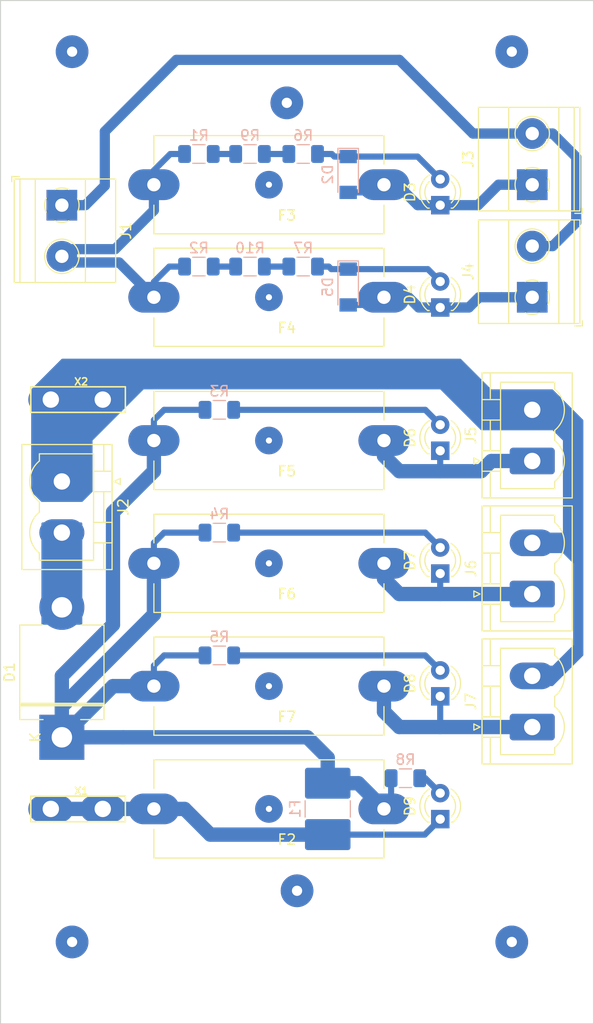
<source format=kicad_pcb>
(kicad_pcb (version 20171130) (host pcbnew "(5.0.2)-1")

  (general
    (thickness 1.6)
    (drawings 12)
    (tracks 115)
    (zones 0)
    (modules 41)
    (nets 22)
  )

  (page A4)
  (layers
    (0 F.Cu signal)
    (31 B.Cu signal)
    (32 B.Adhes user hide)
    (33 F.Adhes user hide)
    (34 B.Paste user hide)
    (35 F.Paste user hide)
    (36 B.SilkS user)
    (37 F.SilkS user)
    (38 B.Mask user hide)
    (39 F.Mask user hide)
    (40 Dwgs.User user hide)
    (41 Cmts.User user hide)
    (42 Eco1.User user)
    (43 Eco2.User user hide)
    (44 Edge.Cuts user)
    (45 Margin user hide)
    (46 B.CrtYd user hide)
    (47 F.CrtYd user hide)
    (48 B.Fab user hide)
    (49 F.Fab user hide)
  )

  (setup
    (last_trace_width 0.25)
    (user_trace_width 0.6)
    (user_trace_width 1)
    (user_trace_width 1.4)
    (user_trace_width 2)
    (user_trace_width 3)
    (trace_clearance 0.2)
    (zone_clearance 0.508)
    (zone_45_only no)
    (trace_min 0.2)
    (segment_width 0.2)
    (edge_width 0.1)
    (via_size 0.8)
    (via_drill 0.4)
    (via_min_size 0.4)
    (via_min_drill 0.3)
    (uvia_size 0.3)
    (uvia_drill 0.1)
    (uvias_allowed no)
    (uvia_min_size 0.2)
    (uvia_min_drill 0.1)
    (pcb_text_width 0.3)
    (pcb_text_size 1.5 1.5)
    (mod_edge_width 0.15)
    (mod_text_size 1 1)
    (mod_text_width 0.15)
    (pad_size 2.7 2.7)
    (pad_drill 0.6)
    (pad_to_mask_clearance 0)
    (solder_mask_min_width 0.25)
    (aux_axis_origin 0 0)
    (grid_origin 117 142)
    (visible_elements 7FFFFF7F)
    (pcbplotparams
      (layerselection 0x00040_fffffffe)
      (usegerberextensions false)
      (usegerberattributes false)
      (usegerberadvancedattributes false)
      (creategerberjobfile false)
      (excludeedgelayer false)
      (linewidth 0.100000)
      (plotframeref false)
      (viasonmask false)
      (mode 1)
      (useauxorigin false)
      (hpglpennumber 1)
      (hpglpenspeed 20)
      (hpglpendiameter 15.000000)
      (psnegative false)
      (psa4output false)
      (plotreference true)
      (plotvalue true)
      (plotinvisibletext false)
      (padsonsilk false)
      (subtractmaskfromsilk false)
      (outputformat 2)
      (mirror false)
      (drillshape 2)
      (scaleselection 1)
      (outputdirectory ""))
  )

  (net 0 "")
  (net 1 "Net-(D2-Pad1)")
  (net 2 "Net-(D2-Pad2)")
  (net 3 "Net-(D4-Pad2)")
  (net 4 "Net-(D4-Pad1)")
  (net 5 "Net-(D6-Pad1)")
  (net 6 "Net-(D6-Pad2)")
  (net 7 "Net-(D7-Pad2)")
  (net 8 "Net-(D7-Pad1)")
  (net 9 "Net-(D8-Pad1)")
  (net 10 "Net-(D8-Pad2)")
  (net 11 "Net-(D1-Pad1)")
  (net 12 "Net-(F3-Pad2)")
  (net 13 "Net-(J1-Pad1)")
  (net 14 "Net-(D1-Pad2)")
  (net 15 "Net-(J2-Pad1)")
  (net 16 "Net-(R1-Pad1)")
  (net 17 "Net-(D9-Pad1)")
  (net 18 "Net-(D9-Pad2)")
  (net 19 "Net-(R10-Pad2)")
  (net 20 "Net-(R6-Pad2)")
  (net 21 "Net-(R10-Pad1)")

  (net_class Default "This is the default net class."
    (clearance 0.2)
    (trace_width 0.25)
    (via_dia 0.8)
    (via_drill 0.4)
    (uvia_dia 0.3)
    (uvia_drill 0.1)
    (add_net "Net-(D1-Pad1)")
    (add_net "Net-(D1-Pad2)")
    (add_net "Net-(D2-Pad1)")
    (add_net "Net-(D2-Pad2)")
    (add_net "Net-(D4-Pad1)")
    (add_net "Net-(D4-Pad2)")
    (add_net "Net-(D6-Pad1)")
    (add_net "Net-(D6-Pad2)")
    (add_net "Net-(D7-Pad1)")
    (add_net "Net-(D7-Pad2)")
    (add_net "Net-(D8-Pad1)")
    (add_net "Net-(D8-Pad2)")
    (add_net "Net-(D9-Pad1)")
    (add_net "Net-(D9-Pad2)")
    (add_net "Net-(F3-Pad2)")
    (add_net "Net-(J1-Pad1)")
    (add_net "Net-(J2-Pad1)")
    (add_net "Net-(R1-Pad1)")
    (add_net "Net-(R10-Pad1)")
    (add_net "Net-(R10-Pad2)")
    (add_net "Net-(R6-Pad2)")
  )

  (module MountingHole:MountingHole_3.5mm_Pad (layer F.Cu) (tedit 5C5EFBD5) (tstamp 5C640513)
    (at 127 47)
    (descr "Mounting Hole 3.5mm")
    (tags "mounting hole 3.5mm")
    (attr virtual)
    (fp_text reference REF** (at 0 -4.5) (layer F.SilkS) hide
      (effects (font (size 1 1) (thickness 0.15)))
    )
    (fp_text value MountingHole_3.5mm_Pad (at 0 4.5) (layer F.Fab)
      (effects (font (size 1 1) (thickness 0.15)))
    )
    (fp_text user %R (at 0.3 0) (layer F.Fab)
      (effects (font (size 1 1) (thickness 0.15)))
    )
    (fp_circle (center 0 0) (end 3.5 0) (layer Cmts.User) (width 0.15))
    (fp_circle (center 0 0) (end 3.75 0) (layer F.CrtYd) (width 0.05))
    (pad 1 thru_hole circle (at 0 0) (size 3.2 3.2) (drill 1) (layers *.Cu *.Mask))
  )

  (module MountingHole:MountingHole_3.5mm_Pad (layer F.Cu) (tedit 5C5EFBD5) (tstamp 5C640503)
    (at 148 52)
    (descr "Mounting Hole 3.5mm")
    (tags "mounting hole 3.5mm")
    (attr virtual)
    (fp_text reference REF** (at 0 -4.5) (layer F.SilkS) hide
      (effects (font (size 1 1) (thickness 0.15)))
    )
    (fp_text value MountingHole_3.5mm_Pad (at 0 4.5) (layer F.Fab)
      (effects (font (size 1 1) (thickness 0.15)))
    )
    (fp_circle (center 0 0) (end 3.75 0) (layer F.CrtYd) (width 0.05))
    (fp_circle (center 0 0) (end 3.5 0) (layer Cmts.User) (width 0.15))
    (fp_text user %R (at 0.3 0) (layer F.Fab)
      (effects (font (size 1 1) (thickness 0.15)))
    )
    (pad 1 thru_hole circle (at 0 0) (size 3.2 3.2) (drill 1) (layers *.Cu *.Mask))
  )

  (module MountingHole:MountingHole_3.5mm_Pad (layer F.Cu) (tedit 5C5EFBD5) (tstamp 5C6404F3)
    (at 170 47)
    (descr "Mounting Hole 3.5mm")
    (tags "mounting hole 3.5mm")
    (attr virtual)
    (fp_text reference REF** (at 0 -4.5) (layer F.SilkS) hide
      (effects (font (size 1 1) (thickness 0.15)))
    )
    (fp_text value MountingHole_3.5mm_Pad (at 0 4.5) (layer F.Fab)
      (effects (font (size 1 1) (thickness 0.15)))
    )
    (fp_text user %R (at 0.3 0) (layer F.Fab)
      (effects (font (size 1 1) (thickness 0.15)))
    )
    (fp_circle (center 0 0) (end 3.5 0) (layer Cmts.User) (width 0.15))
    (fp_circle (center 0 0) (end 3.75 0) (layer F.CrtYd) (width 0.05))
    (pad 1 thru_hole circle (at 0 0) (size 3.2 3.2) (drill 1) (layers *.Cu *.Mask))
  )

  (module MountingHole:MountingHole_3.5mm_Pad (layer F.Cu) (tedit 5C5EFBD5) (tstamp 5C6404E3)
    (at 170 134)
    (descr "Mounting Hole 3.5mm")
    (tags "mounting hole 3.5mm")
    (attr virtual)
    (fp_text reference REF** (at 0 -4.5) (layer F.SilkS) hide
      (effects (font (size 1 1) (thickness 0.15)))
    )
    (fp_text value MountingHole_3.5mm_Pad (at 0 4.5) (layer F.Fab)
      (effects (font (size 1 1) (thickness 0.15)))
    )
    (fp_circle (center 0 0) (end 3.75 0) (layer F.CrtYd) (width 0.05))
    (fp_circle (center 0 0) (end 3.5 0) (layer Cmts.User) (width 0.15))
    (fp_text user %R (at 0.3 0) (layer F.Fab)
      (effects (font (size 1 1) (thickness 0.15)))
    )
    (pad 1 thru_hole circle (at 0 0) (size 3.2 3.2) (drill 1) (layers *.Cu *.Mask))
  )

  (module MountingHole:MountingHole_3.5mm_Pad (layer F.Cu) (tedit 5C5EFBD5) (tstamp 5C6404CA)
    (at 149 129)
    (descr "Mounting Hole 3.5mm")
    (tags "mounting hole 3.5mm")
    (attr virtual)
    (fp_text reference REF** (at 0 -4.5) (layer F.SilkS) hide
      (effects (font (size 1 1) (thickness 0.15)))
    )
    (fp_text value MountingHole_3.5mm_Pad (at 0 4.5) (layer F.Fab)
      (effects (font (size 1 1) (thickness 0.15)))
    )
    (fp_text user %R (at 0.3 0) (layer F.Fab)
      (effects (font (size 1 1) (thickness 0.15)))
    )
    (fp_circle (center 0 0) (end 3.5 0) (layer Cmts.User) (width 0.15))
    (fp_circle (center 0 0) (end 3.75 0) (layer F.CrtYd) (width 0.05))
    (pad 1 thru_hole circle (at 0 0) (size 3.2 3.2) (drill 1) (layers *.Cu *.Mask))
  )

  (module Connector_Phoenix_MSTB:PhoenixContact_MSTBVA_2,5_2-G_1x02_P5.00mm_Vertical (layer F.Cu) (tedit 5C5EE80B) (tstamp 5C636489)
    (at 126 89 270)
    (descr "Generic Phoenix Contact connector footprint for: MSTBVA_2,5/2-G; number of pins: 02; pin pitch: 5.00mm; Vertical || order number: 1755516 12A || order number: 1924198 16A (HC)")
    (tags "phoenix_contact connector MSTBVA_01x02_G_5.00mm")
    (path /5E1014FA)
    (fp_text reference J2 (at 2.5 -6 270) (layer F.SilkS)
      (effects (font (size 1 1) (thickness 0.15)))
    )
    (fp_text value 14VDC (at 2.5 5 270) (layer F.Fab)
      (effects (font (size 1 1) (thickness 0.15)))
    )
    (fp_text user %R (at 2.5 -4.1 270) (layer F.Fab)
      (effects (font (size 1 1) (thickness 0.15)))
    )
    (fp_line (start -0.5 -3.55) (end 0.5 -3.55) (layer F.Fab) (width 0.1))
    (fp_line (start 0 -2.55) (end -0.5 -3.55) (layer F.Fab) (width 0.1))
    (fp_line (start 0.5 -3.55) (end 0 -2.55) (layer F.Fab) (width 0.1))
    (fp_line (start -0.3 -5.71) (end 0.3 -5.71) (layer F.SilkS) (width 0.12))
    (fp_line (start 0 -5.11) (end -0.3 -5.71) (layer F.SilkS) (width 0.12))
    (fp_line (start 0.3 -5.71) (end 0 -5.11) (layer F.SilkS) (width 0.12))
    (fp_line (start 9 -5.3) (end -4 -5.3) (layer F.CrtYd) (width 0.05))
    (fp_line (start 9 4.3) (end 9 -5.3) (layer F.CrtYd) (width 0.05))
    (fp_line (start -4 4.3) (end 9 4.3) (layer F.CrtYd) (width 0.05))
    (fp_line (start -4 -5.3) (end -4 4.3) (layer F.CrtYd) (width 0.05))
    (fp_line (start 7.7 2.2) (end 7 2.2) (layer F.SilkS) (width 0.12))
    (fp_line (start 7.7 -3.1) (end 7.7 2.2) (layer F.SilkS) (width 0.12))
    (fp_line (start -2.7 -3.1) (end 7.7 -3.1) (layer F.SilkS) (width 0.12))
    (fp_line (start -2.7 2.2) (end -2.7 -3.1) (layer F.SilkS) (width 0.12))
    (fp_line (start -2 2.2) (end -2.7 2.2) (layer F.SilkS) (width 0.12))
    (fp_line (start 2 2.2) (end 3 2.2) (layer F.SilkS) (width 0.12))
    (fp_line (start 6 -3.1) (end 4 -3.1) (layer F.SilkS) (width 0.12))
    (fp_line (start 6 -4.91) (end 6 -3.1) (layer F.SilkS) (width 0.12))
    (fp_line (start 4 -4.91) (end 6 -4.91) (layer F.SilkS) (width 0.12))
    (fp_line (start 4 -3.1) (end 4 -4.91) (layer F.SilkS) (width 0.12))
    (fp_line (start 1 -3.1) (end -1 -3.1) (layer F.SilkS) (width 0.12))
    (fp_line (start 1 -4.91) (end 1 -3.1) (layer F.SilkS) (width 0.12))
    (fp_line (start -1 -4.91) (end 1 -4.91) (layer F.SilkS) (width 0.12))
    (fp_line (start -1 -3.1) (end -1 -4.91) (layer F.SilkS) (width 0.12))
    (fp_line (start 1 -4.1) (end 4 -4.1) (layer F.SilkS) (width 0.12))
    (fp_line (start 8.61 -4.1) (end 6.11 -4.1) (layer F.SilkS) (width 0.12))
    (fp_line (start -3.61 -4.1) (end -1.11 -4.1) (layer F.SilkS) (width 0.12))
    (fp_line (start 8.5 -4.8) (end -3.5 -4.8) (layer F.Fab) (width 0.1))
    (fp_line (start 8.5 3.8) (end 8.5 -4.8) (layer F.Fab) (width 0.1))
    (fp_line (start -3.5 3.8) (end 8.5 3.8) (layer F.Fab) (width 0.1))
    (fp_line (start -3.5 -4.8) (end -3.5 3.8) (layer F.Fab) (width 0.1))
    (fp_line (start 8.61 -4.91) (end -3.61 -4.91) (layer F.SilkS) (width 0.12))
    (fp_line (start 8.61 3.91) (end 8.61 -4.91) (layer F.SilkS) (width 0.12))
    (fp_line (start -3.61 3.91) (end 8.61 3.91) (layer F.SilkS) (width 0.12))
    (fp_line (start -3.61 -4.91) (end -3.61 3.91) (layer F.SilkS) (width 0.12))
    (fp_arc (start 5 0.55) (end 3 2.2) (angle -100.5) (layer F.SilkS) (width 0.12))
    (fp_arc (start 0 0.55) (end -2 2.2) (angle -100.5) (layer F.SilkS) (width 0.12))
    (pad 2 thru_hole oval (at 5 0 270) (size 2.6 4.4) (drill 1.6) (layers *.Cu *.Mask)
      (net 14 "Net-(D1-Pad2)"))
    (pad 1 thru_hole roundrect (at 0 0 270) (size 2.6 4.4) (drill 1.6) (layers *.Cu *.Mask) (roundrect_rratio 0.125)
      (net 15 "Net-(J2-Pad1)"))
    (model ${KISYS3DMOD}/Connector_Phoenix_MSTB.3dshapes/PhoenixContact_MSTBVA_2,5_2-G_1x02_P5.00mm_Vertical.wrl
      (at (xyz 0 0 0))
      (scale (xyz 1 1 1))
      (rotate (xyz 0 0 0))
    )
  )

  (module LED_THT:LED_D3.0mm (layer F.Cu) (tedit 587A3A7B) (tstamp 5C636317)
    (at 163 62 90)
    (descr "LED, diameter 3.0mm, 2 pins")
    (tags "LED diameter 3.0mm 2 pins")
    (path /5E112517)
    (fp_text reference D3 (at 1.27 -2.96 90) (layer F.SilkS)
      (effects (font (size 1 1) (thickness 0.15)))
    )
    (fp_text value LED (at 1.27 2.96 90) (layer F.Fab)
      (effects (font (size 1 1) (thickness 0.15)))
    )
    (fp_arc (start 1.27 0) (end -0.23 -1.16619) (angle 284.3) (layer F.Fab) (width 0.1))
    (fp_arc (start 1.27 0) (end -0.29 -1.235516) (angle 108.8) (layer F.SilkS) (width 0.12))
    (fp_arc (start 1.27 0) (end -0.29 1.235516) (angle -108.8) (layer F.SilkS) (width 0.12))
    (fp_arc (start 1.27 0) (end 0.229039 -1.08) (angle 87.9) (layer F.SilkS) (width 0.12))
    (fp_arc (start 1.27 0) (end 0.229039 1.08) (angle -87.9) (layer F.SilkS) (width 0.12))
    (fp_circle (center 1.27 0) (end 2.77 0) (layer F.Fab) (width 0.1))
    (fp_line (start -0.23 -1.16619) (end -0.23 1.16619) (layer F.Fab) (width 0.1))
    (fp_line (start -0.29 -1.236) (end -0.29 -1.08) (layer F.SilkS) (width 0.12))
    (fp_line (start -0.29 1.08) (end -0.29 1.236) (layer F.SilkS) (width 0.12))
    (fp_line (start -1.15 -2.25) (end -1.15 2.25) (layer F.CrtYd) (width 0.05))
    (fp_line (start -1.15 2.25) (end 3.7 2.25) (layer F.CrtYd) (width 0.05))
    (fp_line (start 3.7 2.25) (end 3.7 -2.25) (layer F.CrtYd) (width 0.05))
    (fp_line (start 3.7 -2.25) (end -1.15 -2.25) (layer F.CrtYd) (width 0.05))
    (pad 1 thru_hole rect (at 0 0 90) (size 1.8 1.8) (drill 0.9) (layers *.Cu *.Mask)
      (net 2 "Net-(D2-Pad2)"))
    (pad 2 thru_hole circle (at 2.54 0 90) (size 1.8 1.8) (drill 0.9) (layers *.Cu *.Mask)
      (net 1 "Net-(D2-Pad1)"))
    (model ${KISYS3DMOD}/LED_THT.3dshapes/LED_D3.0mm.wrl
      (at (xyz 0 0 0))
      (scale (xyz 1 1 1))
      (rotate (xyz 0 0 0))
    )
  )

  (module LED_THT:LED_D3.0mm (layer F.Cu) (tedit 587A3A7B) (tstamp 5C63632A)
    (at 163 72 90)
    (descr "LED, diameter 3.0mm, 2 pins")
    (tags "LED diameter 3.0mm 2 pins")
    (path /5E1124C3)
    (fp_text reference D4 (at 1.27 -2.96 90) (layer F.SilkS)
      (effects (font (size 1 1) (thickness 0.15)))
    )
    (fp_text value LED (at 1.27 2.96 90) (layer F.Fab)
      (effects (font (size 1 1) (thickness 0.15)))
    )
    (fp_line (start 3.7 -2.25) (end -1.15 -2.25) (layer F.CrtYd) (width 0.05))
    (fp_line (start 3.7 2.25) (end 3.7 -2.25) (layer F.CrtYd) (width 0.05))
    (fp_line (start -1.15 2.25) (end 3.7 2.25) (layer F.CrtYd) (width 0.05))
    (fp_line (start -1.15 -2.25) (end -1.15 2.25) (layer F.CrtYd) (width 0.05))
    (fp_line (start -0.29 1.08) (end -0.29 1.236) (layer F.SilkS) (width 0.12))
    (fp_line (start -0.29 -1.236) (end -0.29 -1.08) (layer F.SilkS) (width 0.12))
    (fp_line (start -0.23 -1.16619) (end -0.23 1.16619) (layer F.Fab) (width 0.1))
    (fp_circle (center 1.27 0) (end 2.77 0) (layer F.Fab) (width 0.1))
    (fp_arc (start 1.27 0) (end 0.229039 1.08) (angle -87.9) (layer F.SilkS) (width 0.12))
    (fp_arc (start 1.27 0) (end 0.229039 -1.08) (angle 87.9) (layer F.SilkS) (width 0.12))
    (fp_arc (start 1.27 0) (end -0.29 1.235516) (angle -108.8) (layer F.SilkS) (width 0.12))
    (fp_arc (start 1.27 0) (end -0.29 -1.235516) (angle 108.8) (layer F.SilkS) (width 0.12))
    (fp_arc (start 1.27 0) (end -0.23 -1.16619) (angle 284.3) (layer F.Fab) (width 0.1))
    (pad 2 thru_hole circle (at 2.54 0 90) (size 1.8 1.8) (drill 0.9) (layers *.Cu *.Mask)
      (net 3 "Net-(D4-Pad2)"))
    (pad 1 thru_hole rect (at 0 0 90) (size 1.8 1.8) (drill 0.9) (layers *.Cu *.Mask)
      (net 4 "Net-(D4-Pad1)"))
    (model ${KISYS3DMOD}/LED_THT.3dshapes/LED_D3.0mm.wrl
      (at (xyz 0 0 0))
      (scale (xyz 1 1 1))
      (rotate (xyz 0 0 0))
    )
  )

  (module LED_THT:LED_D3.0mm (layer F.Cu) (tedit 587A3A7B) (tstamp 5C63635C)
    (at 163 86 90)
    (descr "LED, diameter 3.0mm, 2 pins")
    (tags "LED diameter 3.0mm 2 pins")
    (path /5E10B406)
    (fp_text reference D6 (at 1.27 -2.96 90) (layer F.SilkS)
      (effects (font (size 1 1) (thickness 0.15)))
    )
    (fp_text value LED (at 1.27 2.96 90) (layer F.Fab)
      (effects (font (size 1 1) (thickness 0.15)))
    )
    (fp_arc (start 1.27 0) (end -0.23 -1.16619) (angle 284.3) (layer F.Fab) (width 0.1))
    (fp_arc (start 1.27 0) (end -0.29 -1.235516) (angle 108.8) (layer F.SilkS) (width 0.12))
    (fp_arc (start 1.27 0) (end -0.29 1.235516) (angle -108.8) (layer F.SilkS) (width 0.12))
    (fp_arc (start 1.27 0) (end 0.229039 -1.08) (angle 87.9) (layer F.SilkS) (width 0.12))
    (fp_arc (start 1.27 0) (end 0.229039 1.08) (angle -87.9) (layer F.SilkS) (width 0.12))
    (fp_circle (center 1.27 0) (end 2.77 0) (layer F.Fab) (width 0.1))
    (fp_line (start -0.23 -1.16619) (end -0.23 1.16619) (layer F.Fab) (width 0.1))
    (fp_line (start -0.29 -1.236) (end -0.29 -1.08) (layer F.SilkS) (width 0.12))
    (fp_line (start -0.29 1.08) (end -0.29 1.236) (layer F.SilkS) (width 0.12))
    (fp_line (start -1.15 -2.25) (end -1.15 2.25) (layer F.CrtYd) (width 0.05))
    (fp_line (start -1.15 2.25) (end 3.7 2.25) (layer F.CrtYd) (width 0.05))
    (fp_line (start 3.7 2.25) (end 3.7 -2.25) (layer F.CrtYd) (width 0.05))
    (fp_line (start 3.7 -2.25) (end -1.15 -2.25) (layer F.CrtYd) (width 0.05))
    (pad 1 thru_hole rect (at 0 0 90) (size 1.8 1.8) (drill 0.9) (layers *.Cu *.Mask)
      (net 5 "Net-(D6-Pad1)"))
    (pad 2 thru_hole circle (at 2.54 0 90) (size 1.8 1.8) (drill 0.9) (layers *.Cu *.Mask)
      (net 6 "Net-(D6-Pad2)"))
    (model ${KISYS3DMOD}/LED_THT.3dshapes/LED_D3.0mm.wrl
      (at (xyz 0 0 0))
      (scale (xyz 1 1 1))
      (rotate (xyz 0 0 0))
    )
  )

  (module LED_THT:LED_D3.0mm (layer F.Cu) (tedit 587A3A7B) (tstamp 5C63636F)
    (at 163 98 90)
    (descr "LED, diameter 3.0mm, 2 pins")
    (tags "LED diameter 3.0mm 2 pins")
    (path /5E10EC52)
    (fp_text reference D7 (at 1.27 -2.96 90) (layer F.SilkS)
      (effects (font (size 1 1) (thickness 0.15)))
    )
    (fp_text value LED (at 1.27 2.96 90) (layer F.Fab)
      (effects (font (size 1 1) (thickness 0.15)))
    )
    (fp_line (start 3.7 -2.25) (end -1.15 -2.25) (layer F.CrtYd) (width 0.05))
    (fp_line (start 3.7 2.25) (end 3.7 -2.25) (layer F.CrtYd) (width 0.05))
    (fp_line (start -1.15 2.25) (end 3.7 2.25) (layer F.CrtYd) (width 0.05))
    (fp_line (start -1.15 -2.25) (end -1.15 2.25) (layer F.CrtYd) (width 0.05))
    (fp_line (start -0.29 1.08) (end -0.29 1.236) (layer F.SilkS) (width 0.12))
    (fp_line (start -0.29 -1.236) (end -0.29 -1.08) (layer F.SilkS) (width 0.12))
    (fp_line (start -0.23 -1.16619) (end -0.23 1.16619) (layer F.Fab) (width 0.1))
    (fp_circle (center 1.27 0) (end 2.77 0) (layer F.Fab) (width 0.1))
    (fp_arc (start 1.27 0) (end 0.229039 1.08) (angle -87.9) (layer F.SilkS) (width 0.12))
    (fp_arc (start 1.27 0) (end 0.229039 -1.08) (angle 87.9) (layer F.SilkS) (width 0.12))
    (fp_arc (start 1.27 0) (end -0.29 1.235516) (angle -108.8) (layer F.SilkS) (width 0.12))
    (fp_arc (start 1.27 0) (end -0.29 -1.235516) (angle 108.8) (layer F.SilkS) (width 0.12))
    (fp_arc (start 1.27 0) (end -0.23 -1.16619) (angle 284.3) (layer F.Fab) (width 0.1))
    (pad 2 thru_hole circle (at 2.54 0 90) (size 1.8 1.8) (drill 0.9) (layers *.Cu *.Mask)
      (net 7 "Net-(D7-Pad2)"))
    (pad 1 thru_hole rect (at 0 0 90) (size 1.8 1.8) (drill 0.9) (layers *.Cu *.Mask)
      (net 8 "Net-(D7-Pad1)"))
    (model ${KISYS3DMOD}/LED_THT.3dshapes/LED_D3.0mm.wrl
      (at (xyz 0 0 0))
      (scale (xyz 1 1 1))
      (rotate (xyz 0 0 0))
    )
  )

  (module LED_THT:LED_D3.0mm (layer F.Cu) (tedit 587A3A7B) (tstamp 5C636382)
    (at 163 110 90)
    (descr "LED, diameter 3.0mm, 2 pins")
    (tags "LED diameter 3.0mm 2 pins")
    (path /5E10ECA6)
    (fp_text reference D8 (at 1.27 -2.96 90) (layer F.SilkS)
      (effects (font (size 1 1) (thickness 0.15)))
    )
    (fp_text value LED (at 1.27 2.96 90) (layer F.Fab)
      (effects (font (size 1 1) (thickness 0.15)))
    )
    (fp_arc (start 1.27 0) (end -0.23 -1.16619) (angle 284.3) (layer F.Fab) (width 0.1))
    (fp_arc (start 1.27 0) (end -0.29 -1.235516) (angle 108.8) (layer F.SilkS) (width 0.12))
    (fp_arc (start 1.27 0) (end -0.29 1.235516) (angle -108.8) (layer F.SilkS) (width 0.12))
    (fp_arc (start 1.27 0) (end 0.229039 -1.08) (angle 87.9) (layer F.SilkS) (width 0.12))
    (fp_arc (start 1.27 0) (end 0.229039 1.08) (angle -87.9) (layer F.SilkS) (width 0.12))
    (fp_circle (center 1.27 0) (end 2.77 0) (layer F.Fab) (width 0.1))
    (fp_line (start -0.23 -1.16619) (end -0.23 1.16619) (layer F.Fab) (width 0.1))
    (fp_line (start -0.29 -1.236) (end -0.29 -1.08) (layer F.SilkS) (width 0.12))
    (fp_line (start -0.29 1.08) (end -0.29 1.236) (layer F.SilkS) (width 0.12))
    (fp_line (start -1.15 -2.25) (end -1.15 2.25) (layer F.CrtYd) (width 0.05))
    (fp_line (start -1.15 2.25) (end 3.7 2.25) (layer F.CrtYd) (width 0.05))
    (fp_line (start 3.7 2.25) (end 3.7 -2.25) (layer F.CrtYd) (width 0.05))
    (fp_line (start 3.7 -2.25) (end -1.15 -2.25) (layer F.CrtYd) (width 0.05))
    (pad 1 thru_hole rect (at 0 0 90) (size 1.8 1.8) (drill 0.9) (layers *.Cu *.Mask)
      (net 9 "Net-(D8-Pad1)"))
    (pad 2 thru_hole circle (at 2.54 0 90) (size 1.8 1.8) (drill 0.9) (layers *.Cu *.Mask)
      (net 10 "Net-(D8-Pad2)"))
    (model ${KISYS3DMOD}/LED_THT.3dshapes/LED_D3.0mm.wrl
      (at (xyz 0 0 0))
      (scale (xyz 1 1 1))
      (rotate (xyz 0 0 0))
    )
  )

  (module Fuse:Fuseholder_Cylinder-5x20mm_Schurter_0031_8201_Horizontal_Open (layer F.Cu) (tedit 5C5F17A0) (tstamp 5C6363AF)
    (at 157.5 121 180)
    (descr http://www.schurter.com/var/schurter/storage/ilcatalogue/files/document/datasheet/en/pdf/typ_OGN.pdf)
    (tags "Fuseholder horizontal open 5x20 Schurter 0031.8201")
    (path /5E101580)
    (fp_text reference F2 (at 9.5 -3 180) (layer F.SilkS)
      (effects (font (size 1 1) (thickness 0.15)))
    )
    (fp_text value 3A (at 11.25 6 180) (layer F.Fab)
      (effects (font (size 1 1) (thickness 0.15)))
    )
    (fp_arc (start 0 0) (end -0.25 1.95) (angle 165.3) (layer F.CrtYd) (width 0.05))
    (fp_arc (start 22.5 0) (end 22.75 -1.95) (angle 165.3) (layer F.CrtYd) (width 0.05))
    (fp_line (start 0 4.8) (end 0 2) (layer F.SilkS) (width 0.12))
    (fp_line (start 22.75 1.95) (end 22.75 5.05) (layer F.CrtYd) (width 0.05))
    (fp_line (start 22.75 -1.95) (end 22.75 -5.05) (layer F.CrtYd) (width 0.05))
    (fp_line (start -0.25 -1.95) (end -0.25 -5.05) (layer F.CrtYd) (width 0.05))
    (fp_line (start 0 4.8) (end 22.5 4.8) (layer F.SilkS) (width 0.12))
    (fp_line (start -0.25 -5.05) (end 22.75 -5.05) (layer F.CrtYd) (width 0.05))
    (fp_line (start 22.75 5.05) (end -0.25 5.05) (layer F.CrtYd) (width 0.05))
    (fp_line (start 0 -4.8) (end 22.5 -4.8) (layer F.SilkS) (width 0.12))
    (fp_line (start 0 -2) (end 0 -4.8) (layer F.SilkS) (width 0.12))
    (fp_line (start 22.5 -2) (end 22.5 -4.8) (layer F.SilkS) (width 0.12))
    (fp_line (start 22.5 4.8) (end 22.5 2) (layer F.SilkS) (width 0.12))
    (fp_line (start -0.25 5.05) (end -0.25 1.95) (layer F.CrtYd) (width 0.05))
    (fp_line (start 22.4 -4.7) (end 0.1 -4.7) (layer F.Fab) (width 0.1))
    (fp_line (start 22.4 4.7) (end 22.4 -4.7) (layer F.Fab) (width 0.1))
    (fp_line (start 0.1 4.7) (end 22.4 4.7) (layer F.Fab) (width 0.1))
    (fp_line (start 0.1 -4.7) (end 0.1 4.7) (layer F.Fab) (width 0.1))
    (fp_text user %R (at 11.25 4 180) (layer F.Fab)
      (effects (font (size 1 1) (thickness 0.15)))
    )
    (pad "" thru_hole circle (at 11.25 0 180) (size 2.7 2.7) (drill 0.6) (layers *.Cu *.Mask))
    (pad 2 thru_hole oval (at 22.5 0 180) (size 5 3) (drill 1.3) (layers *.Cu *.Mask)
      (net 17 "Net-(D9-Pad1)"))
    (pad 1 thru_hole oval (at 0 0 180) (size 5 3) (drill 1.3) (layers *.Cu *.Mask)
      (net 11 "Net-(D1-Pad1)"))
    (model ${KISYS3DMOD}/Fuse.3dshapes/Fuseholder_Cylinder-5x20mm_Schurter_0031_8201_Horizontal_Open.wrl
      (at (xyz 0 0 0))
      (scale (xyz 1 1 1))
      (rotate (xyz 0 0 0))
    )
  )

  (module Fuse:Fuseholder_Cylinder-5x20mm_Schurter_0031_8201_Horizontal_Open (layer F.Cu) (tedit 5C5F1798) (tstamp 5C6363C9)
    (at 157.5 60 180)
    (descr http://www.schurter.com/var/schurter/storage/ilcatalogue/files/document/datasheet/en/pdf/typ_OGN.pdf)
    (tags "Fuseholder horizontal open 5x20 Schurter 0031.8201")
    (path /5E101521)
    (fp_text reference F3 (at 9.5 -3 180) (layer F.SilkS)
      (effects (font (size 1 1) (thickness 0.15)))
    )
    (fp_text value 1A (at 11.25 6 180) (layer F.Fab)
      (effects (font (size 1 1) (thickness 0.15)))
    )
    (fp_arc (start 0 0) (end -0.25 1.95) (angle 165.3) (layer F.CrtYd) (width 0.05))
    (fp_arc (start 22.5 0) (end 22.75 -1.95) (angle 165.3) (layer F.CrtYd) (width 0.05))
    (fp_line (start 0 4.8) (end 0 2) (layer F.SilkS) (width 0.12))
    (fp_line (start 22.75 1.95) (end 22.75 5.05) (layer F.CrtYd) (width 0.05))
    (fp_line (start 22.75 -1.95) (end 22.75 -5.05) (layer F.CrtYd) (width 0.05))
    (fp_line (start -0.25 -1.95) (end -0.25 -5.05) (layer F.CrtYd) (width 0.05))
    (fp_line (start 0 4.8) (end 22.5 4.8) (layer F.SilkS) (width 0.12))
    (fp_line (start -0.25 -5.05) (end 22.75 -5.05) (layer F.CrtYd) (width 0.05))
    (fp_line (start 22.75 5.05) (end -0.25 5.05) (layer F.CrtYd) (width 0.05))
    (fp_line (start 0 -4.8) (end 22.5 -4.8) (layer F.SilkS) (width 0.12))
    (fp_line (start 0 -2) (end 0 -4.8) (layer F.SilkS) (width 0.12))
    (fp_line (start 22.5 -2) (end 22.5 -4.8) (layer F.SilkS) (width 0.12))
    (fp_line (start 22.5 4.8) (end 22.5 2) (layer F.SilkS) (width 0.12))
    (fp_line (start -0.25 5.05) (end -0.25 1.95) (layer F.CrtYd) (width 0.05))
    (fp_line (start 22.4 -4.7) (end 0.1 -4.7) (layer F.Fab) (width 0.1))
    (fp_line (start 22.4 4.7) (end 22.4 -4.7) (layer F.Fab) (width 0.1))
    (fp_line (start 0.1 4.7) (end 22.4 4.7) (layer F.Fab) (width 0.1))
    (fp_line (start 0.1 -4.7) (end 0.1 4.7) (layer F.Fab) (width 0.1))
    (fp_text user %R (at 11.25 4 180) (layer F.Fab)
      (effects (font (size 1 1) (thickness 0.15)))
    )
    (pad "" thru_hole circle (at 11.25 0 180) (size 2.7 2.7) (drill 0.6) (layers *.Cu *.Mask))
    (pad 2 thru_hole oval (at 22.5 0 180) (size 5 3) (drill 1.3) (layers *.Cu *.Mask)
      (net 12 "Net-(F3-Pad2)"))
    (pad 1 thru_hole oval (at 0 0 180) (size 5 3) (drill 1.3) (layers *.Cu *.Mask)
      (net 2 "Net-(D2-Pad2)"))
    (model ${KISYS3DMOD}/Fuse.3dshapes/Fuseholder_Cylinder-5x20mm_Schurter_0031_8201_Horizontal_Open.wrl
      (at (xyz 0 0 0))
      (scale (xyz 1 1 1))
      (rotate (xyz 0 0 0))
    )
  )

  (module Fuse:Fuseholder_Cylinder-5x20mm_Schurter_0031_8201_Horizontal_Open (layer F.Cu) (tedit 5C5F178E) (tstamp 5C6363E3)
    (at 157.5 71 180)
    (descr http://www.schurter.com/var/schurter/storage/ilcatalogue/files/document/datasheet/en/pdf/typ_OGN.pdf)
    (tags "Fuseholder horizontal open 5x20 Schurter 0031.8201")
    (path /5E10152F)
    (fp_text reference F4 (at 9.5 -3 180) (layer F.SilkS)
      (effects (font (size 1 1) (thickness 0.15)))
    )
    (fp_text value 1A (at 11.25 6 180) (layer F.Fab)
      (effects (font (size 1 1) (thickness 0.15)))
    )
    (fp_text user %R (at 11.25 4 180) (layer F.Fab)
      (effects (font (size 1 1) (thickness 0.15)))
    )
    (fp_line (start 0.1 -4.7) (end 0.1 4.7) (layer F.Fab) (width 0.1))
    (fp_line (start 0.1 4.7) (end 22.4 4.7) (layer F.Fab) (width 0.1))
    (fp_line (start 22.4 4.7) (end 22.4 -4.7) (layer F.Fab) (width 0.1))
    (fp_line (start 22.4 -4.7) (end 0.1 -4.7) (layer F.Fab) (width 0.1))
    (fp_line (start -0.25 5.05) (end -0.25 1.95) (layer F.CrtYd) (width 0.05))
    (fp_line (start 22.5 4.8) (end 22.5 2) (layer F.SilkS) (width 0.12))
    (fp_line (start 22.5 -2) (end 22.5 -4.8) (layer F.SilkS) (width 0.12))
    (fp_line (start 0 -2) (end 0 -4.8) (layer F.SilkS) (width 0.12))
    (fp_line (start 0 -4.8) (end 22.5 -4.8) (layer F.SilkS) (width 0.12))
    (fp_line (start 22.75 5.05) (end -0.25 5.05) (layer F.CrtYd) (width 0.05))
    (fp_line (start -0.25 -5.05) (end 22.75 -5.05) (layer F.CrtYd) (width 0.05))
    (fp_line (start 0 4.8) (end 22.5 4.8) (layer F.SilkS) (width 0.12))
    (fp_line (start -0.25 -1.95) (end -0.25 -5.05) (layer F.CrtYd) (width 0.05))
    (fp_line (start 22.75 -1.95) (end 22.75 -5.05) (layer F.CrtYd) (width 0.05))
    (fp_line (start 22.75 1.95) (end 22.75 5.05) (layer F.CrtYd) (width 0.05))
    (fp_line (start 0 4.8) (end 0 2) (layer F.SilkS) (width 0.12))
    (fp_arc (start 22.5 0) (end 22.75 -1.95) (angle 165.3) (layer F.CrtYd) (width 0.05))
    (fp_arc (start 0 0) (end -0.25 1.95) (angle 165.3) (layer F.CrtYd) (width 0.05))
    (pad 1 thru_hole oval (at 0 0 180) (size 5 3) (drill 1.3) (layers *.Cu *.Mask)
      (net 4 "Net-(D4-Pad1)"))
    (pad 2 thru_hole oval (at 22.5 0 180) (size 5 3) (drill 1.3) (layers *.Cu *.Mask)
      (net 12 "Net-(F3-Pad2)"))
    (pad "" thru_hole circle (at 11.25 0 180) (size 2.7 2.7) (drill 0.6) (layers *.Cu *.Mask))
    (model ${KISYS3DMOD}/Fuse.3dshapes/Fuseholder_Cylinder-5x20mm_Schurter_0031_8201_Horizontal_Open.wrl
      (at (xyz 0 0 0))
      (scale (xyz 1 1 1))
      (rotate (xyz 0 0 0))
    )
  )

  (module Fuse:Fuseholder_Cylinder-5x20mm_Schurter_0031_8201_Horizontal_Open (layer F.Cu) (tedit 5C5F1784) (tstamp 5C6363FD)
    (at 157.5 85 180)
    (descr http://www.schurter.com/var/schurter/storage/ilcatalogue/files/document/datasheet/en/pdf/typ_OGN.pdf)
    (tags "Fuseholder horizontal open 5x20 Schurter 0031.8201")
    (path /5E101549)
    (fp_text reference F5 (at 9.5 -3 180) (layer F.SilkS)
      (effects (font (size 1 1) (thickness 0.15)))
    )
    (fp_text value 3A (at 11.25 6 180) (layer F.Fab)
      (effects (font (size 1 1) (thickness 0.15)))
    )
    (fp_arc (start 0 0) (end -0.25 1.95) (angle 165.3) (layer F.CrtYd) (width 0.05))
    (fp_arc (start 22.5 0) (end 22.75 -1.95) (angle 165.3) (layer F.CrtYd) (width 0.05))
    (fp_line (start 0 4.8) (end 0 2) (layer F.SilkS) (width 0.12))
    (fp_line (start 22.75 1.95) (end 22.75 5.05) (layer F.CrtYd) (width 0.05))
    (fp_line (start 22.75 -1.95) (end 22.75 -5.05) (layer F.CrtYd) (width 0.05))
    (fp_line (start -0.25 -1.95) (end -0.25 -5.05) (layer F.CrtYd) (width 0.05))
    (fp_line (start 0 4.8) (end 22.5 4.8) (layer F.SilkS) (width 0.12))
    (fp_line (start -0.25 -5.05) (end 22.75 -5.05) (layer F.CrtYd) (width 0.05))
    (fp_line (start 22.75 5.05) (end -0.25 5.05) (layer F.CrtYd) (width 0.05))
    (fp_line (start 0 -4.8) (end 22.5 -4.8) (layer F.SilkS) (width 0.12))
    (fp_line (start 0 -2) (end 0 -4.8) (layer F.SilkS) (width 0.12))
    (fp_line (start 22.5 -2) (end 22.5 -4.8) (layer F.SilkS) (width 0.12))
    (fp_line (start 22.5 4.8) (end 22.5 2) (layer F.SilkS) (width 0.12))
    (fp_line (start -0.25 5.05) (end -0.25 1.95) (layer F.CrtYd) (width 0.05))
    (fp_line (start 22.4 -4.7) (end 0.1 -4.7) (layer F.Fab) (width 0.1))
    (fp_line (start 22.4 4.7) (end 22.4 -4.7) (layer F.Fab) (width 0.1))
    (fp_line (start 0.1 4.7) (end 22.4 4.7) (layer F.Fab) (width 0.1))
    (fp_line (start 0.1 -4.7) (end 0.1 4.7) (layer F.Fab) (width 0.1))
    (fp_text user %R (at 11.25 4 180) (layer F.Fab)
      (effects (font (size 1 1) (thickness 0.15)))
    )
    (pad "" thru_hole circle (at 11.25 0 180) (size 2.7 2.7) (drill 0.6) (layers *.Cu *.Mask))
    (pad 2 thru_hole oval (at 22.5 0 180) (size 5 3) (drill 1.3) (layers *.Cu *.Mask)
      (net 11 "Net-(D1-Pad1)"))
    (pad 1 thru_hole oval (at 0 0 180) (size 5 3) (drill 1.3) (layers *.Cu *.Mask)
      (net 5 "Net-(D6-Pad1)"))
    (model ${KISYS3DMOD}/Fuse.3dshapes/Fuseholder_Cylinder-5x20mm_Schurter_0031_8201_Horizontal_Open.wrl
      (at (xyz 0 0 0))
      (scale (xyz 1 1 1))
      (rotate (xyz 0 0 0))
    )
  )

  (module Fuse:Fuseholder_Cylinder-5x20mm_Schurter_0031_8201_Horizontal_Open (layer F.Cu) (tedit 5C5F1778) (tstamp 5C636417)
    (at 157.5 97 180)
    (descr http://www.schurter.com/var/schurter/storage/ilcatalogue/files/document/datasheet/en/pdf/typ_OGN.pdf)
    (tags "Fuseholder horizontal open 5x20 Schurter 0031.8201")
    (path /5E101557)
    (fp_text reference F6 (at 9.5 -3 180) (layer F.SilkS)
      (effects (font (size 1 1) (thickness 0.15)))
    )
    (fp_text value 3A (at 11.25 6 180) (layer F.Fab)
      (effects (font (size 1 1) (thickness 0.15)))
    )
    (fp_text user %R (at 11.25 4 180) (layer F.Fab)
      (effects (font (size 1 1) (thickness 0.15)))
    )
    (fp_line (start 0.1 -4.7) (end 0.1 4.7) (layer F.Fab) (width 0.1))
    (fp_line (start 0.1 4.7) (end 22.4 4.7) (layer F.Fab) (width 0.1))
    (fp_line (start 22.4 4.7) (end 22.4 -4.7) (layer F.Fab) (width 0.1))
    (fp_line (start 22.4 -4.7) (end 0.1 -4.7) (layer F.Fab) (width 0.1))
    (fp_line (start -0.25 5.05) (end -0.25 1.95) (layer F.CrtYd) (width 0.05))
    (fp_line (start 22.5 4.8) (end 22.5 2) (layer F.SilkS) (width 0.12))
    (fp_line (start 22.5 -2) (end 22.5 -4.8) (layer F.SilkS) (width 0.12))
    (fp_line (start 0 -2) (end 0 -4.8) (layer F.SilkS) (width 0.12))
    (fp_line (start 0 -4.8) (end 22.5 -4.8) (layer F.SilkS) (width 0.12))
    (fp_line (start 22.75 5.05) (end -0.25 5.05) (layer F.CrtYd) (width 0.05))
    (fp_line (start -0.25 -5.05) (end 22.75 -5.05) (layer F.CrtYd) (width 0.05))
    (fp_line (start 0 4.8) (end 22.5 4.8) (layer F.SilkS) (width 0.12))
    (fp_line (start -0.25 -1.95) (end -0.25 -5.05) (layer F.CrtYd) (width 0.05))
    (fp_line (start 22.75 -1.95) (end 22.75 -5.05) (layer F.CrtYd) (width 0.05))
    (fp_line (start 22.75 1.95) (end 22.75 5.05) (layer F.CrtYd) (width 0.05))
    (fp_line (start 0 4.8) (end 0 2) (layer F.SilkS) (width 0.12))
    (fp_arc (start 22.5 0) (end 22.75 -1.95) (angle 165.3) (layer F.CrtYd) (width 0.05))
    (fp_arc (start 0 0) (end -0.25 1.95) (angle 165.3) (layer F.CrtYd) (width 0.05))
    (pad 1 thru_hole oval (at 0 0 180) (size 5 3) (drill 1.3) (layers *.Cu *.Mask)
      (net 8 "Net-(D7-Pad1)"))
    (pad 2 thru_hole oval (at 22.5 0 180) (size 5 3) (drill 1.3) (layers *.Cu *.Mask)
      (net 11 "Net-(D1-Pad1)"))
    (pad "" thru_hole circle (at 11.25 0 180) (size 2.7 2.7) (drill 0.6) (layers *.Cu *.Mask))
    (model ${KISYS3DMOD}/Fuse.3dshapes/Fuseholder_Cylinder-5x20mm_Schurter_0031_8201_Horizontal_Open.wrl
      (at (xyz 0 0 0))
      (scale (xyz 1 1 1))
      (rotate (xyz 0 0 0))
    )
  )

  (module Fuse:Fuseholder_Cylinder-5x20mm_Schurter_0031_8201_Horizontal_Open (layer F.Cu) (tedit 5C5F176D) (tstamp 5C636431)
    (at 157.5 109 180)
    (descr http://www.schurter.com/var/schurter/storage/ilcatalogue/files/document/datasheet/en/pdf/typ_OGN.pdf)
    (tags "Fuseholder horizontal open 5x20 Schurter 0031.8201")
    (path /5E101565)
    (fp_text reference F7 (at 9.5 -3 180) (layer F.SilkS)
      (effects (font (size 1 1) (thickness 0.15)))
    )
    (fp_text value 3A (at 11.25 6 180) (layer F.Fab)
      (effects (font (size 1 1) (thickness 0.15)))
    )
    (fp_text user %R (at 11.25 4 180) (layer F.Fab)
      (effects (font (size 1 1) (thickness 0.15)))
    )
    (fp_line (start 0.1 -4.7) (end 0.1 4.7) (layer F.Fab) (width 0.1))
    (fp_line (start 0.1 4.7) (end 22.4 4.7) (layer F.Fab) (width 0.1))
    (fp_line (start 22.4 4.7) (end 22.4 -4.7) (layer F.Fab) (width 0.1))
    (fp_line (start 22.4 -4.7) (end 0.1 -4.7) (layer F.Fab) (width 0.1))
    (fp_line (start -0.25 5.05) (end -0.25 1.95) (layer F.CrtYd) (width 0.05))
    (fp_line (start 22.5 4.8) (end 22.5 2) (layer F.SilkS) (width 0.12))
    (fp_line (start 22.5 -2) (end 22.5 -4.8) (layer F.SilkS) (width 0.12))
    (fp_line (start 0 -2) (end 0 -4.8) (layer F.SilkS) (width 0.12))
    (fp_line (start 0 -4.8) (end 22.5 -4.8) (layer F.SilkS) (width 0.12))
    (fp_line (start 22.75 5.05) (end -0.25 5.05) (layer F.CrtYd) (width 0.05))
    (fp_line (start -0.25 -5.05) (end 22.75 -5.05) (layer F.CrtYd) (width 0.05))
    (fp_line (start 0 4.8) (end 22.5 4.8) (layer F.SilkS) (width 0.12))
    (fp_line (start -0.25 -1.95) (end -0.25 -5.05) (layer F.CrtYd) (width 0.05))
    (fp_line (start 22.75 -1.95) (end 22.75 -5.05) (layer F.CrtYd) (width 0.05))
    (fp_line (start 22.75 1.95) (end 22.75 5.05) (layer F.CrtYd) (width 0.05))
    (fp_line (start 0 4.8) (end 0 2) (layer F.SilkS) (width 0.12))
    (fp_arc (start 22.5 0) (end 22.75 -1.95) (angle 165.3) (layer F.CrtYd) (width 0.05))
    (fp_arc (start 0 0) (end -0.25 1.95) (angle 165.3) (layer F.CrtYd) (width 0.05))
    (pad 1 thru_hole oval (at 0 0 180) (size 5 3) (drill 1.3) (layers *.Cu *.Mask)
      (net 9 "Net-(D8-Pad1)"))
    (pad 2 thru_hole oval (at 22.5 0 180) (size 5 3) (drill 1.3) (layers *.Cu *.Mask)
      (net 11 "Net-(D1-Pad1)"))
    (pad "" thru_hole circle (at 11.25 0 180) (size 2.7 2.7) (drill 0.6) (layers *.Cu *.Mask))
    (model ${KISYS3DMOD}/Fuse.3dshapes/Fuseholder_Cylinder-5x20mm_Schurter_0031_8201_Horizontal_Open.wrl
      (at (xyz 0 0 0))
      (scale (xyz 1 1 1))
      (rotate (xyz 0 0 0))
    )
  )

  (module TerminalBlock_Phoenix:TerminalBlock_Phoenix_MKDS-1,5-2_1x02_P5.00mm_Horizontal (layer F.Cu) (tedit 5C5EE939) (tstamp 5C63645D)
    (at 126 62 270)
    (descr "Terminal Block Phoenix MKDS-1,5-2, 2 pins, pitch 5mm, size 10x9.8mm^2, drill diamater 1.3mm, pad diameter 2.6mm, see http://www.farnell.com/datasheets/100425.pdf, script-generated using https://github.com/pointhi/kicad-footprint-generator/scripts/TerminalBlock_Phoenix")
    (tags "THT Terminal Block Phoenix MKDS-1,5-2 pitch 5mm size 10x9.8mm^2 drill 1.3mm pad 2.6mm")
    (path /5E1014F3)
    (fp_text reference J1 (at 2.5 -6.26 270) (layer F.SilkS)
      (effects (font (size 1 1) (thickness 0.15)))
    )
    (fp_text value 230VAC (at 2.5 5.66 270) (layer F.Fab)
      (effects (font (size 1 1) (thickness 0.15)))
    )
    (fp_text user %R (at 2.5 3.2 270) (layer F.Fab)
      (effects (font (size 1 1) (thickness 0.15)))
    )
    (fp_line (start 8 -5.71) (end -3 -5.71) (layer F.CrtYd) (width 0.05))
    (fp_line (start 8 5.1) (end 8 -5.71) (layer F.CrtYd) (width 0.05))
    (fp_line (start -3 5.1) (end 8 5.1) (layer F.CrtYd) (width 0.05))
    (fp_line (start -3 -5.71) (end -3 5.1) (layer F.CrtYd) (width 0.05))
    (fp_line (start -2.8 4.9) (end -2.3 4.9) (layer F.SilkS) (width 0.12))
    (fp_line (start -2.8 4.16) (end -2.8 4.9) (layer F.SilkS) (width 0.12))
    (fp_line (start 3.773 1.023) (end 3.726 1.069) (layer F.SilkS) (width 0.12))
    (fp_line (start 6.07 -1.275) (end 6.035 -1.239) (layer F.SilkS) (width 0.12))
    (fp_line (start 3.966 1.239) (end 3.931 1.274) (layer F.SilkS) (width 0.12))
    (fp_line (start 6.275 -1.069) (end 6.228 -1.023) (layer F.SilkS) (width 0.12))
    (fp_line (start 5.955 -1.138) (end 3.863 0.955) (layer F.Fab) (width 0.1))
    (fp_line (start 6.138 -0.955) (end 4.046 1.138) (layer F.Fab) (width 0.1))
    (fp_line (start 0.955 -1.138) (end -1.138 0.955) (layer F.Fab) (width 0.1))
    (fp_line (start 1.138 -0.955) (end -0.955 1.138) (layer F.Fab) (width 0.1))
    (fp_line (start 7.56 -5.261) (end 7.56 4.66) (layer F.SilkS) (width 0.12))
    (fp_line (start -2.56 -5.261) (end -2.56 4.66) (layer F.SilkS) (width 0.12))
    (fp_line (start -2.56 4.66) (end 7.56 4.66) (layer F.SilkS) (width 0.12))
    (fp_line (start -2.56 -5.261) (end 7.56 -5.261) (layer F.SilkS) (width 0.12))
    (fp_line (start -2.56 -2.301) (end 7.56 -2.301) (layer F.SilkS) (width 0.12))
    (fp_line (start -2.5 -2.3) (end 7.5 -2.3) (layer F.Fab) (width 0.1))
    (fp_line (start -2.56 2.6) (end 7.56 2.6) (layer F.SilkS) (width 0.12))
    (fp_line (start -2.5 2.6) (end 7.5 2.6) (layer F.Fab) (width 0.1))
    (fp_line (start -2.56 4.1) (end 7.56 4.1) (layer F.SilkS) (width 0.12))
    (fp_line (start -2.5 4.1) (end 7.5 4.1) (layer F.Fab) (width 0.1))
    (fp_line (start -2.5 4.1) (end -2.5 -5.2) (layer F.Fab) (width 0.1))
    (fp_line (start -2 4.6) (end -2.5 4.1) (layer F.Fab) (width 0.1))
    (fp_line (start 7.5 4.6) (end -2 4.6) (layer F.Fab) (width 0.1))
    (fp_line (start 7.5 -5.2) (end 7.5 4.6) (layer F.Fab) (width 0.1))
    (fp_line (start -2.5 -5.2) (end 7.5 -5.2) (layer F.Fab) (width 0.1))
    (fp_circle (center 5 0) (end 6.68 0) (layer F.SilkS) (width 0.12))
    (fp_circle (center 5 0) (end 6.5 0) (layer F.Fab) (width 0.1))
    (fp_circle (center 0 0) (end 1.5 0) (layer F.Fab) (width 0.1))
    (fp_arc (start 0 0) (end -0.684 1.535) (angle -25) (layer F.SilkS) (width 0.12))
    (fp_arc (start 0 0) (end -1.535 -0.684) (angle -48) (layer F.SilkS) (width 0.12))
    (fp_arc (start 0 0) (end 0.684 -1.535) (angle -48) (layer F.SilkS) (width 0.12))
    (fp_arc (start 0 0) (end 1.535 0.684) (angle -48) (layer F.SilkS) (width 0.12))
    (fp_arc (start 0 0) (end 0 1.68) (angle -24) (layer F.SilkS) (width 0.12))
    (pad 2 thru_hole circle (at 5 0 270) (size 3 3) (drill 1.3) (layers *.Cu *.Mask)
      (net 12 "Net-(F3-Pad2)"))
    (pad 1 thru_hole rect (at 0 0 270) (size 3 3) (drill 1.3) (layers *.Cu *.Mask)
      (net 13 "Net-(J1-Pad1)"))
    (model ${KISYS3DMOD}/TerminalBlock_Phoenix.3dshapes/TerminalBlock_Phoenix_MKDS-1,5-2_1x02_P5.00mm_Horizontal.wrl
      (at (xyz 0 0 0))
      (scale (xyz 1 1 1))
      (rotate (xyz 0 0 0))
    )
  )

  (module TerminalBlock_Phoenix:TerminalBlock_Phoenix_MKDS-1,5-2_1x02_P5.00mm_Horizontal (layer F.Cu) (tedit 5C5EE94B) (tstamp 5C6364B5)
    (at 172 60 90)
    (descr "Terminal Block Phoenix MKDS-1,5-2, 2 pins, pitch 5mm, size 10x9.8mm^2, drill diamater 1.3mm, pad diameter 2.6mm, see http://www.farnell.com/datasheets/100425.pdf, script-generated using https://github.com/pointhi/kicad-footprint-generator/scripts/TerminalBlock_Phoenix")
    (tags "THT Terminal Block Phoenix MKDS-1,5-2 pitch 5mm size 10x9.8mm^2 drill 1.3mm pad 2.6mm")
    (path /5E10151A)
    (fp_text reference J3 (at 2.5 -6.26 90) (layer F.SilkS)
      (effects (font (size 1 1) (thickness 0.15)))
    )
    (fp_text value 230VAC (at 2.5 5.66 90) (layer F.Fab)
      (effects (font (size 1 1) (thickness 0.15)))
    )
    (fp_arc (start 0 0) (end 0 1.68) (angle -24) (layer F.SilkS) (width 0.12))
    (fp_arc (start 0 0) (end 1.535 0.684) (angle -48) (layer F.SilkS) (width 0.12))
    (fp_arc (start 0 0) (end 0.684 -1.535) (angle -48) (layer F.SilkS) (width 0.12))
    (fp_arc (start 0 0) (end -1.535 -0.684) (angle -48) (layer F.SilkS) (width 0.12))
    (fp_arc (start 0 0) (end -0.684 1.535) (angle -25) (layer F.SilkS) (width 0.12))
    (fp_circle (center 0 0) (end 1.5 0) (layer F.Fab) (width 0.1))
    (fp_circle (center 5 0) (end 6.5 0) (layer F.Fab) (width 0.1))
    (fp_circle (center 5 0) (end 6.68 0) (layer F.SilkS) (width 0.12))
    (fp_line (start -2.5 -5.2) (end 7.5 -5.2) (layer F.Fab) (width 0.1))
    (fp_line (start 7.5 -5.2) (end 7.5 4.6) (layer F.Fab) (width 0.1))
    (fp_line (start 7.5 4.6) (end -2 4.6) (layer F.Fab) (width 0.1))
    (fp_line (start -2 4.6) (end -2.5 4.1) (layer F.Fab) (width 0.1))
    (fp_line (start -2.5 4.1) (end -2.5 -5.2) (layer F.Fab) (width 0.1))
    (fp_line (start -2.5 4.1) (end 7.5 4.1) (layer F.Fab) (width 0.1))
    (fp_line (start -2.56 4.1) (end 7.56 4.1) (layer F.SilkS) (width 0.12))
    (fp_line (start -2.5 2.6) (end 7.5 2.6) (layer F.Fab) (width 0.1))
    (fp_line (start -2.56 2.6) (end 7.56 2.6) (layer F.SilkS) (width 0.12))
    (fp_line (start -2.5 -2.3) (end 7.5 -2.3) (layer F.Fab) (width 0.1))
    (fp_line (start -2.56 -2.301) (end 7.56 -2.301) (layer F.SilkS) (width 0.12))
    (fp_line (start -2.56 -5.261) (end 7.56 -5.261) (layer F.SilkS) (width 0.12))
    (fp_line (start -2.56 4.66) (end 7.56 4.66) (layer F.SilkS) (width 0.12))
    (fp_line (start -2.56 -5.261) (end -2.56 4.66) (layer F.SilkS) (width 0.12))
    (fp_line (start 7.56 -5.261) (end 7.56 4.66) (layer F.SilkS) (width 0.12))
    (fp_line (start 1.138 -0.955) (end -0.955 1.138) (layer F.Fab) (width 0.1))
    (fp_line (start 0.955 -1.138) (end -1.138 0.955) (layer F.Fab) (width 0.1))
    (fp_line (start 6.138 -0.955) (end 4.046 1.138) (layer F.Fab) (width 0.1))
    (fp_line (start 5.955 -1.138) (end 3.863 0.955) (layer F.Fab) (width 0.1))
    (fp_line (start 6.275 -1.069) (end 6.228 -1.023) (layer F.SilkS) (width 0.12))
    (fp_line (start 3.966 1.239) (end 3.931 1.274) (layer F.SilkS) (width 0.12))
    (fp_line (start 6.07 -1.275) (end 6.035 -1.239) (layer F.SilkS) (width 0.12))
    (fp_line (start 3.773 1.023) (end 3.726 1.069) (layer F.SilkS) (width 0.12))
    (fp_line (start -2.8 4.16) (end -2.8 4.9) (layer F.SilkS) (width 0.12))
    (fp_line (start -2.8 4.9) (end -2.3 4.9) (layer F.SilkS) (width 0.12))
    (fp_line (start -3 -5.71) (end -3 5.1) (layer F.CrtYd) (width 0.05))
    (fp_line (start -3 5.1) (end 8 5.1) (layer F.CrtYd) (width 0.05))
    (fp_line (start 8 5.1) (end 8 -5.71) (layer F.CrtYd) (width 0.05))
    (fp_line (start 8 -5.71) (end -3 -5.71) (layer F.CrtYd) (width 0.05))
    (fp_text user %R (at 2.5 3.2 90) (layer F.Fab)
      (effects (font (size 1 1) (thickness 0.15)))
    )
    (pad 1 thru_hole rect (at 0 0 90) (size 3 3) (drill 1.3) (layers *.Cu *.Mask)
      (net 2 "Net-(D2-Pad2)"))
    (pad 2 thru_hole circle (at 5 0 90) (size 3 3) (drill 1.3) (layers *.Cu *.Mask)
      (net 13 "Net-(J1-Pad1)"))
    (model ${KISYS3DMOD}/TerminalBlock_Phoenix.3dshapes/TerminalBlock_Phoenix_MKDS-1,5-2_1x02_P5.00mm_Horizontal.wrl
      (at (xyz 0 0 0))
      (scale (xyz 1 1 1))
      (rotate (xyz 0 0 0))
    )
  )

  (module TerminalBlock_Phoenix:TerminalBlock_Phoenix_MKDS-1,5-2_1x02_P5.00mm_Horizontal (layer F.Cu) (tedit 5C5EE961) (tstamp 5C6364E1)
    (at 172 71 90)
    (descr "Terminal Block Phoenix MKDS-1,5-2, 2 pins, pitch 5mm, size 10x9.8mm^2, drill diamater 1.3mm, pad diameter 2.6mm, see http://www.farnell.com/datasheets/100425.pdf, script-generated using https://github.com/pointhi/kicad-footprint-generator/scripts/TerminalBlock_Phoenix")
    (tags "THT Terminal Block Phoenix MKDS-1,5-2 pitch 5mm size 10x9.8mm^2 drill 1.3mm pad 2.6mm")
    (path /5E101528)
    (fp_text reference J4 (at 2.5 -6.26 90) (layer F.SilkS)
      (effects (font (size 1 1) (thickness 0.15)))
    )
    (fp_text value 230VAC (at 2.5 5.66 90) (layer F.Fab)
      (effects (font (size 1 1) (thickness 0.15)))
    )
    (fp_arc (start 0 0) (end 0 1.68) (angle -24) (layer F.SilkS) (width 0.12))
    (fp_arc (start 0 0) (end 1.535 0.684) (angle -48) (layer F.SilkS) (width 0.12))
    (fp_arc (start 0 0) (end 0.684 -1.535) (angle -48) (layer F.SilkS) (width 0.12))
    (fp_arc (start 0 0) (end -1.535 -0.684) (angle -48) (layer F.SilkS) (width 0.12))
    (fp_arc (start 0 0) (end -0.684 1.535) (angle -25) (layer F.SilkS) (width 0.12))
    (fp_circle (center 0 0) (end 1.5 0) (layer F.Fab) (width 0.1))
    (fp_circle (center 5 0) (end 6.5 0) (layer F.Fab) (width 0.1))
    (fp_circle (center 5 0) (end 6.68 0) (layer F.SilkS) (width 0.12))
    (fp_line (start -2.5 -5.2) (end 7.5 -5.2) (layer F.Fab) (width 0.1))
    (fp_line (start 7.5 -5.2) (end 7.5 4.6) (layer F.Fab) (width 0.1))
    (fp_line (start 7.5 4.6) (end -2 4.6) (layer F.Fab) (width 0.1))
    (fp_line (start -2 4.6) (end -2.5 4.1) (layer F.Fab) (width 0.1))
    (fp_line (start -2.5 4.1) (end -2.5 -5.2) (layer F.Fab) (width 0.1))
    (fp_line (start -2.5 4.1) (end 7.5 4.1) (layer F.Fab) (width 0.1))
    (fp_line (start -2.56 4.1) (end 7.56 4.1) (layer F.SilkS) (width 0.12))
    (fp_line (start -2.5 2.6) (end 7.5 2.6) (layer F.Fab) (width 0.1))
    (fp_line (start -2.56 2.6) (end 7.56 2.6) (layer F.SilkS) (width 0.12))
    (fp_line (start -2.5 -2.3) (end 7.5 -2.3) (layer F.Fab) (width 0.1))
    (fp_line (start -2.56 -2.301) (end 7.56 -2.301) (layer F.SilkS) (width 0.12))
    (fp_line (start -2.56 -5.261) (end 7.56 -5.261) (layer F.SilkS) (width 0.12))
    (fp_line (start -2.56 4.66) (end 7.56 4.66) (layer F.SilkS) (width 0.12))
    (fp_line (start -2.56 -5.261) (end -2.56 4.66) (layer F.SilkS) (width 0.12))
    (fp_line (start 7.56 -5.261) (end 7.56 4.66) (layer F.SilkS) (width 0.12))
    (fp_line (start 1.138 -0.955) (end -0.955 1.138) (layer F.Fab) (width 0.1))
    (fp_line (start 0.955 -1.138) (end -1.138 0.955) (layer F.Fab) (width 0.1))
    (fp_line (start 6.138 -0.955) (end 4.046 1.138) (layer F.Fab) (width 0.1))
    (fp_line (start 5.955 -1.138) (end 3.863 0.955) (layer F.Fab) (width 0.1))
    (fp_line (start 6.275 -1.069) (end 6.228 -1.023) (layer F.SilkS) (width 0.12))
    (fp_line (start 3.966 1.239) (end 3.931 1.274) (layer F.SilkS) (width 0.12))
    (fp_line (start 6.07 -1.275) (end 6.035 -1.239) (layer F.SilkS) (width 0.12))
    (fp_line (start 3.773 1.023) (end 3.726 1.069) (layer F.SilkS) (width 0.12))
    (fp_line (start -2.8 4.16) (end -2.8 4.9) (layer F.SilkS) (width 0.12))
    (fp_line (start -2.8 4.9) (end -2.3 4.9) (layer F.SilkS) (width 0.12))
    (fp_line (start -3 -5.71) (end -3 5.1) (layer F.CrtYd) (width 0.05))
    (fp_line (start -3 5.1) (end 8 5.1) (layer F.CrtYd) (width 0.05))
    (fp_line (start 8 5.1) (end 8 -5.71) (layer F.CrtYd) (width 0.05))
    (fp_line (start 8 -5.71) (end -3 -5.71) (layer F.CrtYd) (width 0.05))
    (fp_text user %R (at 2.5 3.2 90) (layer F.Fab)
      (effects (font (size 1 1) (thickness 0.15)))
    )
    (pad 1 thru_hole rect (at 0 0 90) (size 3 3) (drill 1.3) (layers *.Cu *.Mask)
      (net 4 "Net-(D4-Pad1)"))
    (pad 2 thru_hole circle (at 5 0 90) (size 3 3) (drill 1.3) (layers *.Cu *.Mask)
      (net 13 "Net-(J1-Pad1)"))
    (model ${KISYS3DMOD}/TerminalBlock_Phoenix.3dshapes/TerminalBlock_Phoenix_MKDS-1,5-2_1x02_P5.00mm_Horizontal.wrl
      (at (xyz 0 0 0))
      (scale (xyz 1 1 1))
      (rotate (xyz 0 0 0))
    )
  )

  (module Connector_Phoenix_MSTB:PhoenixContact_MSTBVA_2,5_2-G_1x02_P5.00mm_Vertical (layer F.Cu) (tedit 5C5EE832) (tstamp 5C63650D)
    (at 172 87 90)
    (descr "Generic Phoenix Contact connector footprint for: MSTBVA_2,5/2-G; number of pins: 02; pin pitch: 5.00mm; Vertical || order number: 1755516 12A || order number: 1924198 16A (HC)")
    (tags "phoenix_contact connector MSTBVA_01x02_G_5.00mm")
    (path /5E101542)
    (fp_text reference J5 (at 2.5 -6 90) (layer F.SilkS)
      (effects (font (size 1 1) (thickness 0.15)))
    )
    (fp_text value 12VDC (at 2.5 5 90) (layer F.Fab)
      (effects (font (size 1 1) (thickness 0.15)))
    )
    (fp_arc (start 0 0.55) (end -2 2.2) (angle -100.5) (layer F.SilkS) (width 0.12))
    (fp_arc (start 5 0.55) (end 3 2.2) (angle -100.5) (layer F.SilkS) (width 0.12))
    (fp_line (start -3.61 -4.91) (end -3.61 3.91) (layer F.SilkS) (width 0.12))
    (fp_line (start -3.61 3.91) (end 8.61 3.91) (layer F.SilkS) (width 0.12))
    (fp_line (start 8.61 3.91) (end 8.61 -4.91) (layer F.SilkS) (width 0.12))
    (fp_line (start 8.61 -4.91) (end -3.61 -4.91) (layer F.SilkS) (width 0.12))
    (fp_line (start -3.5 -4.8) (end -3.5 3.8) (layer F.Fab) (width 0.1))
    (fp_line (start -3.5 3.8) (end 8.5 3.8) (layer F.Fab) (width 0.1))
    (fp_line (start 8.5 3.8) (end 8.5 -4.8) (layer F.Fab) (width 0.1))
    (fp_line (start 8.5 -4.8) (end -3.5 -4.8) (layer F.Fab) (width 0.1))
    (fp_line (start -3.61 -4.1) (end -1.11 -4.1) (layer F.SilkS) (width 0.12))
    (fp_line (start 8.61 -4.1) (end 6.11 -4.1) (layer F.SilkS) (width 0.12))
    (fp_line (start 1 -4.1) (end 4 -4.1) (layer F.SilkS) (width 0.12))
    (fp_line (start -1 -3.1) (end -1 -4.91) (layer F.SilkS) (width 0.12))
    (fp_line (start -1 -4.91) (end 1 -4.91) (layer F.SilkS) (width 0.12))
    (fp_line (start 1 -4.91) (end 1 -3.1) (layer F.SilkS) (width 0.12))
    (fp_line (start 1 -3.1) (end -1 -3.1) (layer F.SilkS) (width 0.12))
    (fp_line (start 4 -3.1) (end 4 -4.91) (layer F.SilkS) (width 0.12))
    (fp_line (start 4 -4.91) (end 6 -4.91) (layer F.SilkS) (width 0.12))
    (fp_line (start 6 -4.91) (end 6 -3.1) (layer F.SilkS) (width 0.12))
    (fp_line (start 6 -3.1) (end 4 -3.1) (layer F.SilkS) (width 0.12))
    (fp_line (start 2 2.2) (end 3 2.2) (layer F.SilkS) (width 0.12))
    (fp_line (start -2 2.2) (end -2.7 2.2) (layer F.SilkS) (width 0.12))
    (fp_line (start -2.7 2.2) (end -2.7 -3.1) (layer F.SilkS) (width 0.12))
    (fp_line (start -2.7 -3.1) (end 7.7 -3.1) (layer F.SilkS) (width 0.12))
    (fp_line (start 7.7 -3.1) (end 7.7 2.2) (layer F.SilkS) (width 0.12))
    (fp_line (start 7.7 2.2) (end 7 2.2) (layer F.SilkS) (width 0.12))
    (fp_line (start -4 -5.3) (end -4 4.3) (layer F.CrtYd) (width 0.05))
    (fp_line (start -4 4.3) (end 9 4.3) (layer F.CrtYd) (width 0.05))
    (fp_line (start 9 4.3) (end 9 -5.3) (layer F.CrtYd) (width 0.05))
    (fp_line (start 9 -5.3) (end -4 -5.3) (layer F.CrtYd) (width 0.05))
    (fp_line (start 0.3 -5.71) (end 0 -5.11) (layer F.SilkS) (width 0.12))
    (fp_line (start 0 -5.11) (end -0.3 -5.71) (layer F.SilkS) (width 0.12))
    (fp_line (start -0.3 -5.71) (end 0.3 -5.71) (layer F.SilkS) (width 0.12))
    (fp_line (start 0.5 -3.55) (end 0 -2.55) (layer F.Fab) (width 0.1))
    (fp_line (start 0 -2.55) (end -0.5 -3.55) (layer F.Fab) (width 0.1))
    (fp_line (start -0.5 -3.55) (end 0.5 -3.55) (layer F.Fab) (width 0.1))
    (fp_text user %R (at 2.5 -4.1 90) (layer F.Fab)
      (effects (font (size 1 1) (thickness 0.15)))
    )
    (pad 1 thru_hole roundrect (at 0 0 90) (size 2.6 4.4) (drill 1.6) (layers *.Cu *.Mask) (roundrect_rratio 0.125)
      (net 5 "Net-(D6-Pad1)"))
    (pad 2 thru_hole oval (at 5 0 90) (size 2.6 4.4) (drill 1.6) (layers *.Cu *.Mask)
      (net 15 "Net-(J2-Pad1)"))
    (model ${KISYS3DMOD}/Connector_Phoenix_MSTB.3dshapes/PhoenixContact_MSTBVA_2,5_2-G_1x02_P5.00mm_Vertical.wrl
      (at (xyz 0 0 0))
      (scale (xyz 1 1 1))
      (rotate (xyz 0 0 0))
    )
  )

  (module Connector_Phoenix_MSTB:PhoenixContact_MSTBVA_2,5_2-G_1x02_P5.00mm_Vertical (layer F.Cu) (tedit 5C5EE84F) (tstamp 5C636539)
    (at 172 100 90)
    (descr "Generic Phoenix Contact connector footprint for: MSTBVA_2,5/2-G; number of pins: 02; pin pitch: 5.00mm; Vertical || order number: 1755516 12A || order number: 1924198 16A (HC)")
    (tags "phoenix_contact connector MSTBVA_01x02_G_5.00mm")
    (path /5E101550)
    (fp_text reference J6 (at 2.5 -6 90) (layer F.SilkS)
      (effects (font (size 1 1) (thickness 0.15)))
    )
    (fp_text value 12VDC (at 2.5 5 90) (layer F.Fab)
      (effects (font (size 1 1) (thickness 0.15)))
    )
    (fp_text user %R (at 2.5 -4.1 90) (layer F.Fab)
      (effects (font (size 1 1) (thickness 0.15)))
    )
    (fp_line (start -0.5 -3.55) (end 0.5 -3.55) (layer F.Fab) (width 0.1))
    (fp_line (start 0 -2.55) (end -0.5 -3.55) (layer F.Fab) (width 0.1))
    (fp_line (start 0.5 -3.55) (end 0 -2.55) (layer F.Fab) (width 0.1))
    (fp_line (start -0.3 -5.71) (end 0.3 -5.71) (layer F.SilkS) (width 0.12))
    (fp_line (start 0 -5.11) (end -0.3 -5.71) (layer F.SilkS) (width 0.12))
    (fp_line (start 0.3 -5.71) (end 0 -5.11) (layer F.SilkS) (width 0.12))
    (fp_line (start 9 -5.3) (end -4 -5.3) (layer F.CrtYd) (width 0.05))
    (fp_line (start 9 4.3) (end 9 -5.3) (layer F.CrtYd) (width 0.05))
    (fp_line (start -4 4.3) (end 9 4.3) (layer F.CrtYd) (width 0.05))
    (fp_line (start -4 -5.3) (end -4 4.3) (layer F.CrtYd) (width 0.05))
    (fp_line (start 7.7 2.2) (end 7 2.2) (layer F.SilkS) (width 0.12))
    (fp_line (start 7.7 -3.1) (end 7.7 2.2) (layer F.SilkS) (width 0.12))
    (fp_line (start -2.7 -3.1) (end 7.7 -3.1) (layer F.SilkS) (width 0.12))
    (fp_line (start -2.7 2.2) (end -2.7 -3.1) (layer F.SilkS) (width 0.12))
    (fp_line (start -2 2.2) (end -2.7 2.2) (layer F.SilkS) (width 0.12))
    (fp_line (start 2 2.2) (end 3 2.2) (layer F.SilkS) (width 0.12))
    (fp_line (start 6 -3.1) (end 4 -3.1) (layer F.SilkS) (width 0.12))
    (fp_line (start 6 -4.91) (end 6 -3.1) (layer F.SilkS) (width 0.12))
    (fp_line (start 4 -4.91) (end 6 -4.91) (layer F.SilkS) (width 0.12))
    (fp_line (start 4 -3.1) (end 4 -4.91) (layer F.SilkS) (width 0.12))
    (fp_line (start 1 -3.1) (end -1 -3.1) (layer F.SilkS) (width 0.12))
    (fp_line (start 1 -4.91) (end 1 -3.1) (layer F.SilkS) (width 0.12))
    (fp_line (start -1 -4.91) (end 1 -4.91) (layer F.SilkS) (width 0.12))
    (fp_line (start -1 -3.1) (end -1 -4.91) (layer F.SilkS) (width 0.12))
    (fp_line (start 1 -4.1) (end 4 -4.1) (layer F.SilkS) (width 0.12))
    (fp_line (start 8.61 -4.1) (end 6.11 -4.1) (layer F.SilkS) (width 0.12))
    (fp_line (start -3.61 -4.1) (end -1.11 -4.1) (layer F.SilkS) (width 0.12))
    (fp_line (start 8.5 -4.8) (end -3.5 -4.8) (layer F.Fab) (width 0.1))
    (fp_line (start 8.5 3.8) (end 8.5 -4.8) (layer F.Fab) (width 0.1))
    (fp_line (start -3.5 3.8) (end 8.5 3.8) (layer F.Fab) (width 0.1))
    (fp_line (start -3.5 -4.8) (end -3.5 3.8) (layer F.Fab) (width 0.1))
    (fp_line (start 8.61 -4.91) (end -3.61 -4.91) (layer F.SilkS) (width 0.12))
    (fp_line (start 8.61 3.91) (end 8.61 -4.91) (layer F.SilkS) (width 0.12))
    (fp_line (start -3.61 3.91) (end 8.61 3.91) (layer F.SilkS) (width 0.12))
    (fp_line (start -3.61 -4.91) (end -3.61 3.91) (layer F.SilkS) (width 0.12))
    (fp_arc (start 5 0.55) (end 3 2.2) (angle -100.5) (layer F.SilkS) (width 0.12))
    (fp_arc (start 0 0.55) (end -2 2.2) (angle -100.5) (layer F.SilkS) (width 0.12))
    (pad 2 thru_hole oval (at 5 0 90) (size 2.6 4.4) (drill 1.6) (layers *.Cu *.Mask)
      (net 15 "Net-(J2-Pad1)"))
    (pad 1 thru_hole roundrect (at 0 0 90) (size 2.6 4.4) (drill 1.6) (layers *.Cu *.Mask) (roundrect_rratio 0.125)
      (net 8 "Net-(D7-Pad1)"))
    (model ${KISYS3DMOD}/Connector_Phoenix_MSTB.3dshapes/PhoenixContact_MSTBVA_2,5_2-G_1x02_P5.00mm_Vertical.wrl
      (at (xyz 0 0 0))
      (scale (xyz 1 1 1))
      (rotate (xyz 0 0 0))
    )
  )

  (module Connector_Phoenix_MSTB:PhoenixContact_MSTBVA_2,5_2-G_1x02_P5.00mm_Vertical (layer F.Cu) (tedit 5C5EE86A) (tstamp 5C636565)
    (at 172 113 90)
    (descr "Generic Phoenix Contact connector footprint for: MSTBVA_2,5/2-G; number of pins: 02; pin pitch: 5.00mm; Vertical || order number: 1755516 12A || order number: 1924198 16A (HC)")
    (tags "phoenix_contact connector MSTBVA_01x02_G_5.00mm")
    (path /5E10155E)
    (fp_text reference J7 (at 2.5 -6 90) (layer F.SilkS)
      (effects (font (size 1 1) (thickness 0.15)))
    )
    (fp_text value 12VDC (at 2.5 5 90) (layer F.Fab)
      (effects (font (size 1 1) (thickness 0.15)))
    )
    (fp_arc (start 0 0.55) (end -2 2.2) (angle -100.5) (layer F.SilkS) (width 0.12))
    (fp_arc (start 5 0.55) (end 3 2.2) (angle -100.5) (layer F.SilkS) (width 0.12))
    (fp_line (start -3.61 -4.91) (end -3.61 3.91) (layer F.SilkS) (width 0.12))
    (fp_line (start -3.61 3.91) (end 8.61 3.91) (layer F.SilkS) (width 0.12))
    (fp_line (start 8.61 3.91) (end 8.61 -4.91) (layer F.SilkS) (width 0.12))
    (fp_line (start 8.61 -4.91) (end -3.61 -4.91) (layer F.SilkS) (width 0.12))
    (fp_line (start -3.5 -4.8) (end -3.5 3.8) (layer F.Fab) (width 0.1))
    (fp_line (start -3.5 3.8) (end 8.5 3.8) (layer F.Fab) (width 0.1))
    (fp_line (start 8.5 3.8) (end 8.5 -4.8) (layer F.Fab) (width 0.1))
    (fp_line (start 8.5 -4.8) (end -3.5 -4.8) (layer F.Fab) (width 0.1))
    (fp_line (start -3.61 -4.1) (end -1.11 -4.1) (layer F.SilkS) (width 0.12))
    (fp_line (start 8.61 -4.1) (end 6.11 -4.1) (layer F.SilkS) (width 0.12))
    (fp_line (start 1 -4.1) (end 4 -4.1) (layer F.SilkS) (width 0.12))
    (fp_line (start -1 -3.1) (end -1 -4.91) (layer F.SilkS) (width 0.12))
    (fp_line (start -1 -4.91) (end 1 -4.91) (layer F.SilkS) (width 0.12))
    (fp_line (start 1 -4.91) (end 1 -3.1) (layer F.SilkS) (width 0.12))
    (fp_line (start 1 -3.1) (end -1 -3.1) (layer F.SilkS) (width 0.12))
    (fp_line (start 4 -3.1) (end 4 -4.91) (layer F.SilkS) (width 0.12))
    (fp_line (start 4 -4.91) (end 6 -4.91) (layer F.SilkS) (width 0.12))
    (fp_line (start 6 -4.91) (end 6 -3.1) (layer F.SilkS) (width 0.12))
    (fp_line (start 6 -3.1) (end 4 -3.1) (layer F.SilkS) (width 0.12))
    (fp_line (start 2 2.2) (end 3 2.2) (layer F.SilkS) (width 0.12))
    (fp_line (start -2 2.2) (end -2.7 2.2) (layer F.SilkS) (width 0.12))
    (fp_line (start -2.7 2.2) (end -2.7 -3.1) (layer F.SilkS) (width 0.12))
    (fp_line (start -2.7 -3.1) (end 7.7 -3.1) (layer F.SilkS) (width 0.12))
    (fp_line (start 7.7 -3.1) (end 7.7 2.2) (layer F.SilkS) (width 0.12))
    (fp_line (start 7.7 2.2) (end 7 2.2) (layer F.SilkS) (width 0.12))
    (fp_line (start -4 -5.3) (end -4 4.3) (layer F.CrtYd) (width 0.05))
    (fp_line (start -4 4.3) (end 9 4.3) (layer F.CrtYd) (width 0.05))
    (fp_line (start 9 4.3) (end 9 -5.3) (layer F.CrtYd) (width 0.05))
    (fp_line (start 9 -5.3) (end -4 -5.3) (layer F.CrtYd) (width 0.05))
    (fp_line (start 0.3 -5.71) (end 0 -5.11) (layer F.SilkS) (width 0.12))
    (fp_line (start 0 -5.11) (end -0.3 -5.71) (layer F.SilkS) (width 0.12))
    (fp_line (start -0.3 -5.71) (end 0.3 -5.71) (layer F.SilkS) (width 0.12))
    (fp_line (start 0.5 -3.55) (end 0 -2.55) (layer F.Fab) (width 0.1))
    (fp_line (start 0 -2.55) (end -0.5 -3.55) (layer F.Fab) (width 0.1))
    (fp_line (start -0.5 -3.55) (end 0.5 -3.55) (layer F.Fab) (width 0.1))
    (fp_text user %R (at 2.5 -4.1 90) (layer F.Fab)
      (effects (font (size 1 1) (thickness 0.15)))
    )
    (pad 1 thru_hole roundrect (at 0 0 90) (size 2.6 4.4) (drill 1.6) (layers *.Cu *.Mask) (roundrect_rratio 0.125)
      (net 9 "Net-(D8-Pad1)"))
    (pad 2 thru_hole oval (at 5 0 90) (size 2.6 4.4) (drill 1.6) (layers *.Cu *.Mask)
      (net 15 "Net-(J2-Pad1)"))
    (model ${KISYS3DMOD}/Connector_Phoenix_MSTB.3dshapes/PhoenixContact_MSTBVA_2,5_2-G_1x02_P5.00mm_Vertical.wrl
      (at (xyz 0 0 0))
      (scale (xyz 1 1 1))
      (rotate (xyz 0 0 0))
    )
  )

  (module mech:Faston_6.3x0.8x14 (layer F.Cu) (tedit 5C5EE8AF) (tstamp 5C636630)
    (at 127.46 121)
    (path /5E101501)
    (attr smd)
    (fp_text reference X1 (at 0.43 -1.75) (layer F.SilkS)
      (effects (font (size 0.7 0.7) (thickness 0.15)))
    )
    (fp_text value BAT+ (at 0 0.75) (layer F.Fab)
      (effects (font (size 0.3 0.3) (thickness 0.075)))
    )
    (fp_line (start -4.5 1.25) (end -4.5 -1.25) (layer F.SilkS) (width 0.15))
    (fp_line (start 4.75 1.25) (end -4.5 1.25) (layer F.SilkS) (width 0.15))
    (fp_line (start 4.75 -1.25) (end 4.75 1.25) (layer F.SilkS) (width 0.15))
    (fp_line (start -4.5 -1.25) (end 4.75 -1.25) (layer F.SilkS) (width 0.15))
    (fp_line (start -4.5 1.25) (end -4.5 -1.25) (layer F.CrtYd) (width 0.15))
    (fp_line (start 4.75 1.25) (end -4.5 1.25) (layer F.CrtYd) (width 0.15))
    (fp_line (start 4.75 -1.25) (end 4.75 1.25) (layer F.CrtYd) (width 0.15))
    (fp_line (start -4.5 -1.25) (end 4.75 -1.25) (layer F.CrtYd) (width 0.15))
    (fp_line (start 0.51 0.4) (end 0.46 0.4) (layer F.Fab) (width 0.1))
    (fp_line (start 0.46 0.4) (end 0.41 0.4) (layer F.Fab) (width 0.1))
    (fp_line (start 0.86 0.4) (end 0.81 0.4) (layer F.Fab) (width 0.1))
    (fp_line (start 0.36 0.4) (end 0.31 0.4) (layer F.Fab) (width 0.1))
    (fp_line (start 0.66 0.4) (end 0.61 0.4) (layer F.Fab) (width 0.1))
    (fp_line (start 0.01 0.4) (end -0.04 0.4) (layer F.Fab) (width 0.1))
    (fp_line (start -0.04 0.4) (end -0.09 0.4) (layer F.Fab) (width 0.1))
    (fp_line (start -0.09 0.4) (end -0.14 0.4) (layer F.Fab) (width 0.1))
    (fp_line (start -0.19 0.4) (end -0.24 0.4) (layer F.Fab) (width 0.1))
    (fp_line (start 0.31 0.4) (end 0.26 0.4) (layer F.Fab) (width 0.1))
    (fp_line (start 0.26 0.4) (end 0.21 0.4) (layer F.Fab) (width 0.1))
    (fp_line (start -0.24 0.4) (end -0.29 0.4) (layer F.Fab) (width 0.1))
    (fp_line (start -0.29 0.4) (end -0.34 0.4) (layer F.Fab) (width 0.1))
    (fp_line (start 0.61 0.4) (end 0.56 0.4) (layer F.Fab) (width 0.1))
    (fp_line (start -0.39 0.4) (end -0.44 0.4) (layer F.Fab) (width 0.1))
    (fp_line (start -0.14 0.4) (end -0.19 0.4) (layer F.Fab) (width 0.1))
    (fp_line (start -0.34 0.4) (end -0.39 0.4) (layer F.Fab) (width 0.1))
    (fp_line (start 0.56 0.4) (end 0.51 0.4) (layer F.Fab) (width 0.1))
    (fp_line (start 0.71 0.4) (end 0.66 0.4) (layer F.Fab) (width 0.1))
    (fp_line (start 0.76 0.4) (end 0.71 0.4) (layer F.Fab) (width 0.1))
    (fp_line (start 0.81 0.4) (end 0.76 0.4) (layer F.Fab) (width 0.1))
    (fp_line (start 0.21 0.4) (end 0.16 0.4) (layer F.Fab) (width 0.1))
    (fp_line (start 0.11 0.4) (end 0.06 0.4) (layer F.Fab) (width 0.1))
    (fp_line (start 0.41 0.4) (end 0.36 0.4) (layer F.Fab) (width 0.1))
    (fp_line (start 0.06 0.4) (end 0.01 0.4) (layer F.Fab) (width 0.1))
    (fp_line (start -0.44 0.4) (end -0.49 0.4) (layer F.Fab) (width 0.1))
    (fp_line (start -0.49 0.4) (end -0.54 0.4) (layer F.Fab) (width 0.1))
    (fp_line (start 0.16 0.4) (end 0.11 0.4) (layer F.Fab) (width 0.1))
    (fp_line (start -0.79 0.4) (end -0.84 0.4) (layer F.Fab) (width 0.1))
    (fp_line (start -2.59 0.4) (end -2.64 0.4) (layer F.Fab) (width 0.1))
    (fp_line (start -3.99 -0.4) (end -3.99 0.4) (layer F.Fab) (width 0.1))
    (fp_line (start -0.69 0.4) (end -0.74 0.4) (layer F.Fab) (width 0.1))
    (fp_line (start 2.86 0.4) (end 2.81 0.4) (layer F.Fab) (width 0.1))
    (fp_line (start -2.94 0.4) (end -2.99 0.4) (layer F.Fab) (width 0.1))
    (fp_line (start 2.76 0.4) (end 2.71 0.4) (layer F.Fab) (width 0.1))
    (fp_line (start 2.51 0.132051) (end 2.51 -0.132051) (layer F.Fab) (width 0.1))
    (fp_line (start -3.14 -0.4) (end -2.49 -0.132051) (layer F.Fab) (width 0.1))
    (fp_line (start -0.54 0.4) (end -0.59 0.4) (layer F.Fab) (width 0.1))
    (fp_line (start -2.69 0.4) (end -2.74 0.4) (layer F.Fab) (width 0.1))
    (fp_line (start -2.74 0.4) (end -2.79 0.4) (layer F.Fab) (width 0.1))
    (fp_line (start 2.51 -0.132051) (end 3.16 -0.4) (layer F.Fab) (width 0.1))
    (fp_line (start -2.49 -0.132051) (end 2.51 -0.132051) (layer F.Fab) (width 0.1))
    (fp_line (start 2.96 0.4) (end 2.91 0.4) (layer F.Fab) (width 0.1))
    (fp_line (start 2.71 0.4) (end 2.66 0.4) (layer F.Fab) (width 0.1))
    (fp_line (start -3.04 0.4) (end -3.09 0.4) (layer F.Fab) (width 0.1))
    (fp_line (start -0.64 0.4) (end -0.69 0.4) (layer F.Fab) (width 0.1))
    (fp_line (start 3.06 0.4) (end 3.01 0.4) (layer F.Fab) (width 0.1))
    (fp_line (start 3.01 0.4) (end 2.96 0.4) (layer F.Fab) (width 0.1))
    (fp_line (start -0.74 0.4) (end -0.79 0.4) (layer F.Fab) (width 0.1))
    (fp_line (start 3.11 0.4) (end 3.06 0.4) (layer F.Fab) (width 0.1))
    (fp_line (start -2.89 0.4) (end -2.94 0.4) (layer F.Fab) (width 0.1))
    (fp_line (start -3.14 0.4) (end -3.14 -0.4) (layer F.Fab) (width 0.1))
    (fp_line (start -2.49 0.132051) (end -3.14 0.4) (layer F.Fab) (width 0.1))
    (fp_line (start -2.49 -0.132051) (end -2.49 0.132051) (layer F.Fab) (width 0.1))
    (fp_line (start 3.16 0.4) (end 4.01 0.4) (layer F.Fab) (width 0.1))
    (fp_line (start 3.16 -0.4) (end 3.16 0.4) (layer F.Fab) (width 0.1))
    (fp_line (start -2.84 0.4) (end -2.89 0.4) (layer F.Fab) (width 0.1))
    (fp_line (start 3.16 0.4) (end 2.51 0.132051) (layer F.Fab) (width 0.1))
    (fp_line (start 2.91 0.4) (end 2.86 0.4) (layer F.Fab) (width 0.1))
    (fp_line (start -0.59 0.4) (end -0.64 0.4) (layer F.Fab) (width 0.1))
    (fp_line (start 2.81 0.4) (end 2.76 0.4) (layer F.Fab) (width 0.1))
    (fp_line (start 2.66 0.4) (end 2.61 0.4) (layer F.Fab) (width 0.1))
    (fp_line (start -3.09 0.4) (end -3.14 0.4) (layer F.Fab) (width 0.1))
    (fp_line (start -3.99 0.4) (end -3.14 0.4) (layer F.Fab) (width 0.1))
    (fp_line (start 4.01 -0.4) (end 3.16 -0.4) (layer F.Fab) (width 0.1))
    (fp_line (start 4.01 -0.4) (end 4.01 0.4) (layer F.Fab) (width 0.1))
    (fp_line (start -2.99 0.4) (end -3.04 0.4) (layer F.Fab) (width 0.1))
    (fp_line (start -3.14 -0.4) (end -3.99 -0.4) (layer F.Fab) (width 0.1))
    (fp_line (start -2.79 0.4) (end -2.84 0.4) (layer F.Fab) (width 0.1))
    (fp_line (start -3.14 -0.4) (end 3.16 -0.4) (layer F.Fab) (width 0.1))
    (fp_line (start 3.16 0.4) (end 3.11 0.4) (layer F.Fab) (width 0.1))
    (fp_line (start -2.64 0.4) (end -2.69 0.4) (layer F.Fab) (width 0.1))
    (fp_line (start -3.14 0.4) (end 3.16 0.4) (layer F.Fab) (width 0.1))
    (fp_line (start 2.51 0.132051) (end -2.49 0.132051) (layer F.Fab) (width 0.1))
    (pad 1 thru_hole oval (at -2.54 0) (size 4.4 2.6) (drill 1.6) (layers *.Cu *.Mask)
      (net 17 "Net-(D9-Pad1)"))
    (pad 1 thru_hole oval (at 2.54 0) (size 4.4 2.6) (drill 1.6) (layers *.Cu *.Mask)
      (net 17 "Net-(D9-Pad1)"))
    (model ${VENTLIB3DPACK}/Faston_6.3x0.8x14.wrl
      (at (xyz 0 0 0))
      (scale (xyz 1 1 1))
      (rotate (xyz 0 0 0))
    )
  )

  (module mech:Faston_6.3x0.8x14 (layer F.Cu) (tedit 5C5EE8DC) (tstamp 5C636688)
    (at 127.46 81)
    (path /5E101508)
    (attr smd)
    (fp_text reference X2 (at 0.43 -1.75) (layer F.SilkS)
      (effects (font (size 0.7 0.7) (thickness 0.15)))
    )
    (fp_text value BAT- (at 0 0.75) (layer F.Fab)
      (effects (font (size 0.3 0.3) (thickness 0.075)))
    )
    (fp_line (start 2.51 0.132051) (end -2.49 0.132051) (layer F.Fab) (width 0.1))
    (fp_line (start -3.14 0.4) (end 3.16 0.4) (layer F.Fab) (width 0.1))
    (fp_line (start -2.64 0.4) (end -2.69 0.4) (layer F.Fab) (width 0.1))
    (fp_line (start 3.16 0.4) (end 3.11 0.4) (layer F.Fab) (width 0.1))
    (fp_line (start -3.14 -0.4) (end 3.16 -0.4) (layer F.Fab) (width 0.1))
    (fp_line (start -2.79 0.4) (end -2.84 0.4) (layer F.Fab) (width 0.1))
    (fp_line (start -3.14 -0.4) (end -3.99 -0.4) (layer F.Fab) (width 0.1))
    (fp_line (start -2.99 0.4) (end -3.04 0.4) (layer F.Fab) (width 0.1))
    (fp_line (start 4.01 -0.4) (end 4.01 0.4) (layer F.Fab) (width 0.1))
    (fp_line (start 4.01 -0.4) (end 3.16 -0.4) (layer F.Fab) (width 0.1))
    (fp_line (start -3.99 0.4) (end -3.14 0.4) (layer F.Fab) (width 0.1))
    (fp_line (start -3.09 0.4) (end -3.14 0.4) (layer F.Fab) (width 0.1))
    (fp_line (start 2.66 0.4) (end 2.61 0.4) (layer F.Fab) (width 0.1))
    (fp_line (start 2.81 0.4) (end 2.76 0.4) (layer F.Fab) (width 0.1))
    (fp_line (start -0.59 0.4) (end -0.64 0.4) (layer F.Fab) (width 0.1))
    (fp_line (start 2.91 0.4) (end 2.86 0.4) (layer F.Fab) (width 0.1))
    (fp_line (start 3.16 0.4) (end 2.51 0.132051) (layer F.Fab) (width 0.1))
    (fp_line (start -2.84 0.4) (end -2.89 0.4) (layer F.Fab) (width 0.1))
    (fp_line (start 3.16 -0.4) (end 3.16 0.4) (layer F.Fab) (width 0.1))
    (fp_line (start 3.16 0.4) (end 4.01 0.4) (layer F.Fab) (width 0.1))
    (fp_line (start -2.49 -0.132051) (end -2.49 0.132051) (layer F.Fab) (width 0.1))
    (fp_line (start -2.49 0.132051) (end -3.14 0.4) (layer F.Fab) (width 0.1))
    (fp_line (start -3.14 0.4) (end -3.14 -0.4) (layer F.Fab) (width 0.1))
    (fp_line (start -2.89 0.4) (end -2.94 0.4) (layer F.Fab) (width 0.1))
    (fp_line (start 3.11 0.4) (end 3.06 0.4) (layer F.Fab) (width 0.1))
    (fp_line (start -0.74 0.4) (end -0.79 0.4) (layer F.Fab) (width 0.1))
    (fp_line (start 3.01 0.4) (end 2.96 0.4) (layer F.Fab) (width 0.1))
    (fp_line (start 3.06 0.4) (end 3.01 0.4) (layer F.Fab) (width 0.1))
    (fp_line (start -0.64 0.4) (end -0.69 0.4) (layer F.Fab) (width 0.1))
    (fp_line (start -3.04 0.4) (end -3.09 0.4) (layer F.Fab) (width 0.1))
    (fp_line (start 2.71 0.4) (end 2.66 0.4) (layer F.Fab) (width 0.1))
    (fp_line (start 2.96 0.4) (end 2.91 0.4) (layer F.Fab) (width 0.1))
    (fp_line (start -2.49 -0.132051) (end 2.51 -0.132051) (layer F.Fab) (width 0.1))
    (fp_line (start 2.51 -0.132051) (end 3.16 -0.4) (layer F.Fab) (width 0.1))
    (fp_line (start -2.74 0.4) (end -2.79 0.4) (layer F.Fab) (width 0.1))
    (fp_line (start -2.69 0.4) (end -2.74 0.4) (layer F.Fab) (width 0.1))
    (fp_line (start -0.54 0.4) (end -0.59 0.4) (layer F.Fab) (width 0.1))
    (fp_line (start -3.14 -0.4) (end -2.49 -0.132051) (layer F.Fab) (width 0.1))
    (fp_line (start 2.51 0.132051) (end 2.51 -0.132051) (layer F.Fab) (width 0.1))
    (fp_line (start 2.76 0.4) (end 2.71 0.4) (layer F.Fab) (width 0.1))
    (fp_line (start -2.94 0.4) (end -2.99 0.4) (layer F.Fab) (width 0.1))
    (fp_line (start 2.86 0.4) (end 2.81 0.4) (layer F.Fab) (width 0.1))
    (fp_line (start -0.69 0.4) (end -0.74 0.4) (layer F.Fab) (width 0.1))
    (fp_line (start -3.99 -0.4) (end -3.99 0.4) (layer F.Fab) (width 0.1))
    (fp_line (start -2.59 0.4) (end -2.64 0.4) (layer F.Fab) (width 0.1))
    (fp_line (start -0.79 0.4) (end -0.84 0.4) (layer F.Fab) (width 0.1))
    (fp_line (start 0.16 0.4) (end 0.11 0.4) (layer F.Fab) (width 0.1))
    (fp_line (start -0.49 0.4) (end -0.54 0.4) (layer F.Fab) (width 0.1))
    (fp_line (start -0.44 0.4) (end -0.49 0.4) (layer F.Fab) (width 0.1))
    (fp_line (start 0.06 0.4) (end 0.01 0.4) (layer F.Fab) (width 0.1))
    (fp_line (start 0.41 0.4) (end 0.36 0.4) (layer F.Fab) (width 0.1))
    (fp_line (start 0.11 0.4) (end 0.06 0.4) (layer F.Fab) (width 0.1))
    (fp_line (start 0.21 0.4) (end 0.16 0.4) (layer F.Fab) (width 0.1))
    (fp_line (start 0.81 0.4) (end 0.76 0.4) (layer F.Fab) (width 0.1))
    (fp_line (start 0.76 0.4) (end 0.71 0.4) (layer F.Fab) (width 0.1))
    (fp_line (start 0.71 0.4) (end 0.66 0.4) (layer F.Fab) (width 0.1))
    (fp_line (start 0.56 0.4) (end 0.51 0.4) (layer F.Fab) (width 0.1))
    (fp_line (start -0.34 0.4) (end -0.39 0.4) (layer F.Fab) (width 0.1))
    (fp_line (start -0.14 0.4) (end -0.19 0.4) (layer F.Fab) (width 0.1))
    (fp_line (start -0.39 0.4) (end -0.44 0.4) (layer F.Fab) (width 0.1))
    (fp_line (start 0.61 0.4) (end 0.56 0.4) (layer F.Fab) (width 0.1))
    (fp_line (start -0.29 0.4) (end -0.34 0.4) (layer F.Fab) (width 0.1))
    (fp_line (start -0.24 0.4) (end -0.29 0.4) (layer F.Fab) (width 0.1))
    (fp_line (start 0.26 0.4) (end 0.21 0.4) (layer F.Fab) (width 0.1))
    (fp_line (start 0.31 0.4) (end 0.26 0.4) (layer F.Fab) (width 0.1))
    (fp_line (start -0.19 0.4) (end -0.24 0.4) (layer F.Fab) (width 0.1))
    (fp_line (start -0.09 0.4) (end -0.14 0.4) (layer F.Fab) (width 0.1))
    (fp_line (start -0.04 0.4) (end -0.09 0.4) (layer F.Fab) (width 0.1))
    (fp_line (start 0.01 0.4) (end -0.04 0.4) (layer F.Fab) (width 0.1))
    (fp_line (start 0.66 0.4) (end 0.61 0.4) (layer F.Fab) (width 0.1))
    (fp_line (start 0.36 0.4) (end 0.31 0.4) (layer F.Fab) (width 0.1))
    (fp_line (start 0.86 0.4) (end 0.81 0.4) (layer F.Fab) (width 0.1))
    (fp_line (start 0.46 0.4) (end 0.41 0.4) (layer F.Fab) (width 0.1))
    (fp_line (start 0.51 0.4) (end 0.46 0.4) (layer F.Fab) (width 0.1))
    (fp_line (start -4.5 -1.25) (end 4.75 -1.25) (layer F.CrtYd) (width 0.15))
    (fp_line (start 4.75 -1.25) (end 4.75 1.25) (layer F.CrtYd) (width 0.15))
    (fp_line (start 4.75 1.25) (end -4.5 1.25) (layer F.CrtYd) (width 0.15))
    (fp_line (start -4.5 1.25) (end -4.5 -1.25) (layer F.CrtYd) (width 0.15))
    (fp_line (start -4.5 -1.25) (end 4.75 -1.25) (layer F.SilkS) (width 0.15))
    (fp_line (start 4.75 -1.25) (end 4.75 1.25) (layer F.SilkS) (width 0.15))
    (fp_line (start 4.75 1.25) (end -4.5 1.25) (layer F.SilkS) (width 0.15))
    (fp_line (start -4.5 1.25) (end -4.5 -1.25) (layer F.SilkS) (width 0.15))
    (pad 1 thru_hole oval (at 2.54 0) (size 4.4 2.6) (drill 1.6) (layers *.Cu *.Mask)
      (net 15 "Net-(J2-Pad1)"))
    (pad 1 thru_hole oval (at -2.54 0) (size 4.4 2.6) (drill 1.6) (layers *.Cu *.Mask)
      (net 15 "Net-(J2-Pad1)"))
    (model ${VENTLIB3DPACK}/Faston_6.3x0.8x14.wrl
      (at (xyz 0 0 0))
      (scale (xyz 1 1 1))
      (rotate (xyz 0 0 0))
    )
  )

  (module Diode_THT:D_5KPW_P12.70mm_Horizontal (layer F.Cu) (tedit 5C5EE88A) (tstamp 5C6376DA)
    (at 126 114 90)
    (descr "Diode, 5KPW series, Axial, Horizontal, pin pitch=12.7mm, , length*diameter=9*8mm^2, , http://www.diodes.com/_files/packages/8686949.gif")
    (tags "Diode 5KPW series Axial Horizontal pin pitch 12.7mm  length 9mm diameter 8mm")
    (path /5E101512)
    (fp_text reference D1 (at 6.35 -5.12 90) (layer F.SilkS)
      (effects (font (size 1 1) (thickness 0.15)))
    )
    (fp_text value D (at 6.35 5.12 90) (layer F.Fab)
      (effects (font (size 1 1) (thickness 0.15)))
    )
    (fp_line (start 1.85 -4) (end 1.85 4) (layer F.Fab) (width 0.1))
    (fp_line (start 1.85 4) (end 10.85 4) (layer F.Fab) (width 0.1))
    (fp_line (start 10.85 4) (end 10.85 -4) (layer F.Fab) (width 0.1))
    (fp_line (start 10.85 -4) (end 1.85 -4) (layer F.Fab) (width 0.1))
    (fp_line (start 0 0) (end 1.85 0) (layer F.Fab) (width 0.1))
    (fp_line (start 12.7 0) (end 10.85 0) (layer F.Fab) (width 0.1))
    (fp_line (start 3.2 -4) (end 3.2 4) (layer F.Fab) (width 0.1))
    (fp_line (start 3.3 -4) (end 3.3 4) (layer F.Fab) (width 0.1))
    (fp_line (start 3.1 -4) (end 3.1 4) (layer F.Fab) (width 0.1))
    (fp_line (start 1.73 -1.84) (end 1.73 -4.12) (layer F.SilkS) (width 0.12))
    (fp_line (start 1.73 -4.12) (end 10.97 -4.12) (layer F.SilkS) (width 0.12))
    (fp_line (start 10.97 -4.12) (end 10.97 -1.84) (layer F.SilkS) (width 0.12))
    (fp_line (start 1.73 1.84) (end 1.73 4.12) (layer F.SilkS) (width 0.12))
    (fp_line (start 1.73 4.12) (end 10.97 4.12) (layer F.SilkS) (width 0.12))
    (fp_line (start 10.97 4.12) (end 10.97 1.84) (layer F.SilkS) (width 0.12))
    (fp_line (start 3.2 -4.12) (end 3.2 4.12) (layer F.SilkS) (width 0.12))
    (fp_line (start 3.32 -4.12) (end 3.32 4.12) (layer F.SilkS) (width 0.12))
    (fp_line (start 3.08 -4.12) (end 3.08 4.12) (layer F.SilkS) (width 0.12))
    (fp_line (start -1.85 -4.25) (end -1.85 4.25) (layer F.CrtYd) (width 0.05))
    (fp_line (start -1.85 4.25) (end 14.55 4.25) (layer F.CrtYd) (width 0.05))
    (fp_line (start 14.55 4.25) (end 14.55 -4.25) (layer F.CrtYd) (width 0.05))
    (fp_line (start 14.55 -4.25) (end -1.85 -4.25) (layer F.CrtYd) (width 0.05))
    (fp_text user %R (at 7.025 0 90) (layer F.Fab)
      (effects (font (size 1 1) (thickness 0.15)))
    )
    (fp_text user K (at 0 -2.6 90) (layer F.Fab)
      (effects (font (size 1 1) (thickness 0.15)))
    )
    (fp_text user K (at 0 -2.6 90) (layer F.SilkS)
      (effects (font (size 1 1) (thickness 0.15)))
    )
    (pad 1 thru_hole rect (at 0 0 90) (size 4.4 4.4) (drill 2) (layers *.Cu *.Mask)
      (net 11 "Net-(D1-Pad1)"))
    (pad 2 thru_hole oval (at 12.7 0 90) (size 4.4 4.4) (drill 2) (layers *.Cu *.Mask)
      (net 14 "Net-(D1-Pad2)"))
    (model ${KISYS3DMOD}/Diode_THT.3dshapes/D_5KPW_P12.70mm_Horizontal.wrl
      (at (xyz 0 0 0))
      (scale (xyz 1 1 1))
      (rotate (xyz 0 0 0))
    )
  )

  (module Diode_SMD:D_MiniMELF (layer B.Cu) (tedit 5905D8F5) (tstamp 5C63A0F9)
    (at 154 59 270)
    (descr "Diode Mini-MELF")
    (tags "Diode Mini-MELF")
    (path /5E11FC3F)
    (attr smd)
    (fp_text reference D2 (at 0 2 270) (layer B.SilkS)
      (effects (font (size 1 1) (thickness 0.15)) (justify mirror))
    )
    (fp_text value 1N4148 (at 0 -1.75 270) (layer B.Fab)
      (effects (font (size 1 1) (thickness 0.15)) (justify mirror))
    )
    (fp_text user %R (at 0 2 270) (layer B.Fab)
      (effects (font (size 1 1) (thickness 0.15)) (justify mirror))
    )
    (fp_line (start 1.75 1) (end -2.55 1) (layer B.SilkS) (width 0.12))
    (fp_line (start -2.55 1) (end -2.55 -1) (layer B.SilkS) (width 0.12))
    (fp_line (start -2.55 -1) (end 1.75 -1) (layer B.SilkS) (width 0.12))
    (fp_line (start 1.65 0.8) (end 1.65 -0.8) (layer B.Fab) (width 0.1))
    (fp_line (start 1.65 -0.8) (end -1.65 -0.8) (layer B.Fab) (width 0.1))
    (fp_line (start -1.65 -0.8) (end -1.65 0.8) (layer B.Fab) (width 0.1))
    (fp_line (start -1.65 0.8) (end 1.65 0.8) (layer B.Fab) (width 0.1))
    (fp_line (start 0.25 0) (end 0.75 0) (layer B.Fab) (width 0.1))
    (fp_line (start 0.25 -0.4) (end -0.35 0) (layer B.Fab) (width 0.1))
    (fp_line (start 0.25 0.4) (end 0.25 -0.4) (layer B.Fab) (width 0.1))
    (fp_line (start -0.35 0) (end 0.25 0.4) (layer B.Fab) (width 0.1))
    (fp_line (start -0.35 0) (end -0.35 -0.55) (layer B.Fab) (width 0.1))
    (fp_line (start -0.35 0) (end -0.35 0.55) (layer B.Fab) (width 0.1))
    (fp_line (start -0.75 0) (end -0.35 0) (layer B.Fab) (width 0.1))
    (fp_line (start -2.65 1.1) (end 2.65 1.1) (layer B.CrtYd) (width 0.05))
    (fp_line (start 2.65 1.1) (end 2.65 -1.1) (layer B.CrtYd) (width 0.05))
    (fp_line (start 2.65 -1.1) (end -2.65 -1.1) (layer B.CrtYd) (width 0.05))
    (fp_line (start -2.65 -1.1) (end -2.65 1.1) (layer B.CrtYd) (width 0.05))
    (pad 1 smd rect (at -1.75 0 270) (size 1.3 1.7) (layers B.Cu B.Paste B.Mask)
      (net 1 "Net-(D2-Pad1)"))
    (pad 2 smd rect (at 1.75 0 270) (size 1.3 1.7) (layers B.Cu B.Paste B.Mask)
      (net 2 "Net-(D2-Pad2)"))
    (model ${KISYS3DMOD}/Diode_SMD.3dshapes/D_MiniMELF.wrl
      (at (xyz 0 0 0))
      (scale (xyz 1 1 1))
      (rotate (xyz 0 0 0))
    )
  )

  (module Diode_SMD:D_MiniMELF (layer B.Cu) (tedit 5905D8F5) (tstamp 5C63A111)
    (at 154 70 270)
    (descr "Diode Mini-MELF")
    (tags "Diode Mini-MELF")
    (path /5E125C1C)
    (attr smd)
    (fp_text reference D5 (at 0 2 270) (layer B.SilkS)
      (effects (font (size 1 1) (thickness 0.15)) (justify mirror))
    )
    (fp_text value 1N4148 (at 0 -1.75 270) (layer B.Fab)
      (effects (font (size 1 1) (thickness 0.15)) (justify mirror))
    )
    (fp_line (start -2.65 -1.1) (end -2.65 1.1) (layer B.CrtYd) (width 0.05))
    (fp_line (start 2.65 -1.1) (end -2.65 -1.1) (layer B.CrtYd) (width 0.05))
    (fp_line (start 2.65 1.1) (end 2.65 -1.1) (layer B.CrtYd) (width 0.05))
    (fp_line (start -2.65 1.1) (end 2.65 1.1) (layer B.CrtYd) (width 0.05))
    (fp_line (start -0.75 0) (end -0.35 0) (layer B.Fab) (width 0.1))
    (fp_line (start -0.35 0) (end -0.35 0.55) (layer B.Fab) (width 0.1))
    (fp_line (start -0.35 0) (end -0.35 -0.55) (layer B.Fab) (width 0.1))
    (fp_line (start -0.35 0) (end 0.25 0.4) (layer B.Fab) (width 0.1))
    (fp_line (start 0.25 0.4) (end 0.25 -0.4) (layer B.Fab) (width 0.1))
    (fp_line (start 0.25 -0.4) (end -0.35 0) (layer B.Fab) (width 0.1))
    (fp_line (start 0.25 0) (end 0.75 0) (layer B.Fab) (width 0.1))
    (fp_line (start -1.65 0.8) (end 1.65 0.8) (layer B.Fab) (width 0.1))
    (fp_line (start -1.65 -0.8) (end -1.65 0.8) (layer B.Fab) (width 0.1))
    (fp_line (start 1.65 -0.8) (end -1.65 -0.8) (layer B.Fab) (width 0.1))
    (fp_line (start 1.65 0.8) (end 1.65 -0.8) (layer B.Fab) (width 0.1))
    (fp_line (start -2.55 -1) (end 1.75 -1) (layer B.SilkS) (width 0.12))
    (fp_line (start -2.55 1) (end -2.55 -1) (layer B.SilkS) (width 0.12))
    (fp_line (start 1.75 1) (end -2.55 1) (layer B.SilkS) (width 0.12))
    (fp_text user %R (at 0 2 270) (layer B.Fab)
      (effects (font (size 1 1) (thickness 0.15)) (justify mirror))
    )
    (pad 2 smd rect (at 1.75 0 270) (size 1.3 1.7) (layers B.Cu B.Paste B.Mask)
      (net 4 "Net-(D4-Pad1)"))
    (pad 1 smd rect (at -1.75 0 270) (size 1.3 1.7) (layers B.Cu B.Paste B.Mask)
      (net 3 "Net-(D4-Pad2)"))
    (model ${KISYS3DMOD}/Diode_SMD.3dshapes/D_MiniMELF.wrl
      (at (xyz 0 0 0))
      (scale (xyz 1 1 1))
      (rotate (xyz 0 0 0))
    )
  )

  (module Resistor_SMD:R_1206_3216Metric (layer B.Cu) (tedit 5B301BBD) (tstamp 5C63A129)
    (at 139.4 57 180)
    (descr "Resistor SMD 1206 (3216 Metric), square (rectangular) end terminal, IPC_7351 nominal, (Body size source: http://www.tortai-tech.com/upload/download/2011102023233369053.pdf), generated with kicad-footprint-generator")
    (tags resistor)
    (path /5E112394)
    (attr smd)
    (fp_text reference R1 (at 0 1.82 180) (layer B.SilkS)
      (effects (font (size 1 1) (thickness 0.15)) (justify mirror))
    )
    (fp_text value 30k (at 0 -1.82 180) (layer B.Fab)
      (effects (font (size 1 1) (thickness 0.15)) (justify mirror))
    )
    (fp_text user %R (at 0 0 180) (layer B.Fab)
      (effects (font (size 0.8 0.8) (thickness 0.12)) (justify mirror))
    )
    (fp_line (start 2.28 -1.12) (end -2.28 -1.12) (layer B.CrtYd) (width 0.05))
    (fp_line (start 2.28 1.12) (end 2.28 -1.12) (layer B.CrtYd) (width 0.05))
    (fp_line (start -2.28 1.12) (end 2.28 1.12) (layer B.CrtYd) (width 0.05))
    (fp_line (start -2.28 -1.12) (end -2.28 1.12) (layer B.CrtYd) (width 0.05))
    (fp_line (start -0.602064 -0.91) (end 0.602064 -0.91) (layer B.SilkS) (width 0.12))
    (fp_line (start -0.602064 0.91) (end 0.602064 0.91) (layer B.SilkS) (width 0.12))
    (fp_line (start 1.6 -0.8) (end -1.6 -0.8) (layer B.Fab) (width 0.1))
    (fp_line (start 1.6 0.8) (end 1.6 -0.8) (layer B.Fab) (width 0.1))
    (fp_line (start -1.6 0.8) (end 1.6 0.8) (layer B.Fab) (width 0.1))
    (fp_line (start -1.6 -0.8) (end -1.6 0.8) (layer B.Fab) (width 0.1))
    (pad 2 smd roundrect (at 1.4 0 180) (size 1.25 1.75) (layers B.Cu B.Paste B.Mask) (roundrect_rratio 0.2)
      (net 12 "Net-(F3-Pad2)"))
    (pad 1 smd roundrect (at -1.4 0 180) (size 1.25 1.75) (layers B.Cu B.Paste B.Mask) (roundrect_rratio 0.2)
      (net 16 "Net-(R1-Pad1)"))
    (model ${KISYS3DMOD}/Resistor_SMD.3dshapes/R_1206_3216Metric.wrl
      (at (xyz 0 0 0))
      (scale (xyz 1 1 1))
      (rotate (xyz 0 0 0))
    )
  )

  (module Resistor_SMD:R_1206_3216Metric (layer B.Cu) (tedit 5B301BBD) (tstamp 5C63A139)
    (at 139.4 68 180)
    (descr "Resistor SMD 1206 (3216 Metric), square (rectangular) end terminal, IPC_7351 nominal, (Body size source: http://www.tortai-tech.com/upload/download/2011102023233369053.pdf), generated with kicad-footprint-generator")
    (tags resistor)
    (path /5E112342)
    (attr smd)
    (fp_text reference R2 (at 0 1.82 180) (layer B.SilkS)
      (effects (font (size 1 1) (thickness 0.15)) (justify mirror))
    )
    (fp_text value 30k (at 0 -1.82 180) (layer B.Fab)
      (effects (font (size 1 1) (thickness 0.15)) (justify mirror))
    )
    (fp_line (start -1.6 -0.8) (end -1.6 0.8) (layer B.Fab) (width 0.1))
    (fp_line (start -1.6 0.8) (end 1.6 0.8) (layer B.Fab) (width 0.1))
    (fp_line (start 1.6 0.8) (end 1.6 -0.8) (layer B.Fab) (width 0.1))
    (fp_line (start 1.6 -0.8) (end -1.6 -0.8) (layer B.Fab) (width 0.1))
    (fp_line (start -0.602064 0.91) (end 0.602064 0.91) (layer B.SilkS) (width 0.12))
    (fp_line (start -0.602064 -0.91) (end 0.602064 -0.91) (layer B.SilkS) (width 0.12))
    (fp_line (start -2.28 -1.12) (end -2.28 1.12) (layer B.CrtYd) (width 0.05))
    (fp_line (start -2.28 1.12) (end 2.28 1.12) (layer B.CrtYd) (width 0.05))
    (fp_line (start 2.28 1.12) (end 2.28 -1.12) (layer B.CrtYd) (width 0.05))
    (fp_line (start 2.28 -1.12) (end -2.28 -1.12) (layer B.CrtYd) (width 0.05))
    (fp_text user %R (at 0 0 180) (layer B.Fab)
      (effects (font (size 0.8 0.8) (thickness 0.12)) (justify mirror))
    )
    (pad 1 smd roundrect (at -1.4 0 180) (size 1.25 1.75) (layers B.Cu B.Paste B.Mask) (roundrect_rratio 0.2)
      (net 19 "Net-(R10-Pad2)"))
    (pad 2 smd roundrect (at 1.4 0 180) (size 1.25 1.75) (layers B.Cu B.Paste B.Mask) (roundrect_rratio 0.2)
      (net 12 "Net-(F3-Pad2)"))
    (model ${KISYS3DMOD}/Resistor_SMD.3dshapes/R_1206_3216Metric.wrl
      (at (xyz 0 0 0))
      (scale (xyz 1 1 1))
      (rotate (xyz 0 0 0))
    )
  )

  (module Resistor_SMD:R_1206_3216Metric (layer B.Cu) (tedit 5B301BBD) (tstamp 5C63A149)
    (at 141.4 82 180)
    (descr "Resistor SMD 1206 (3216 Metric), square (rectangular) end terminal, IPC_7351 nominal, (Body size source: http://www.tortai-tech.com/upload/download/2011102023233369053.pdf), generated with kicad-footprint-generator")
    (tags resistor)
    (path /5E1089D2)
    (attr smd)
    (fp_text reference R3 (at 0 1.82 180) (layer B.SilkS)
      (effects (font (size 1 1) (thickness 0.15)) (justify mirror))
    )
    (fp_text value 10k (at 0 -1.82 180) (layer B.Fab)
      (effects (font (size 1 1) (thickness 0.15)) (justify mirror))
    )
    (fp_text user %R (at 0 0 180) (layer B.Fab)
      (effects (font (size 0.8 0.8) (thickness 0.12)) (justify mirror))
    )
    (fp_line (start 2.28 -1.12) (end -2.28 -1.12) (layer B.CrtYd) (width 0.05))
    (fp_line (start 2.28 1.12) (end 2.28 -1.12) (layer B.CrtYd) (width 0.05))
    (fp_line (start -2.28 1.12) (end 2.28 1.12) (layer B.CrtYd) (width 0.05))
    (fp_line (start -2.28 -1.12) (end -2.28 1.12) (layer B.CrtYd) (width 0.05))
    (fp_line (start -0.602064 -0.91) (end 0.602064 -0.91) (layer B.SilkS) (width 0.12))
    (fp_line (start -0.602064 0.91) (end 0.602064 0.91) (layer B.SilkS) (width 0.12))
    (fp_line (start 1.6 -0.8) (end -1.6 -0.8) (layer B.Fab) (width 0.1))
    (fp_line (start 1.6 0.8) (end 1.6 -0.8) (layer B.Fab) (width 0.1))
    (fp_line (start -1.6 0.8) (end 1.6 0.8) (layer B.Fab) (width 0.1))
    (fp_line (start -1.6 -0.8) (end -1.6 0.8) (layer B.Fab) (width 0.1))
    (pad 2 smd roundrect (at 1.4 0 180) (size 1.25 1.75) (layers B.Cu B.Paste B.Mask) (roundrect_rratio 0.2)
      (net 11 "Net-(D1-Pad1)"))
    (pad 1 smd roundrect (at -1.4 0 180) (size 1.25 1.75) (layers B.Cu B.Paste B.Mask) (roundrect_rratio 0.2)
      (net 6 "Net-(D6-Pad2)"))
    (model ${KISYS3DMOD}/Resistor_SMD.3dshapes/R_1206_3216Metric.wrl
      (at (xyz 0 0 0))
      (scale (xyz 1 1 1))
      (rotate (xyz 0 0 0))
    )
  )

  (module Resistor_SMD:R_1206_3216Metric (layer B.Cu) (tedit 5B301BBD) (tstamp 5C63A159)
    (at 141.4 94 180)
    (descr "Resistor SMD 1206 (3216 Metric), square (rectangular) end terminal, IPC_7351 nominal, (Body size source: http://www.tortai-tech.com/upload/download/2011102023233369053.pdf), generated with kicad-footprint-generator")
    (tags resistor)
    (path /5E108C89)
    (attr smd)
    (fp_text reference R4 (at 0 1.82 180) (layer B.SilkS)
      (effects (font (size 1 1) (thickness 0.15)) (justify mirror))
    )
    (fp_text value 10k (at 0 -1.82 180) (layer B.Fab)
      (effects (font (size 1 1) (thickness 0.15)) (justify mirror))
    )
    (fp_line (start -1.6 -0.8) (end -1.6 0.8) (layer B.Fab) (width 0.1))
    (fp_line (start -1.6 0.8) (end 1.6 0.8) (layer B.Fab) (width 0.1))
    (fp_line (start 1.6 0.8) (end 1.6 -0.8) (layer B.Fab) (width 0.1))
    (fp_line (start 1.6 -0.8) (end -1.6 -0.8) (layer B.Fab) (width 0.1))
    (fp_line (start -0.602064 0.91) (end 0.602064 0.91) (layer B.SilkS) (width 0.12))
    (fp_line (start -0.602064 -0.91) (end 0.602064 -0.91) (layer B.SilkS) (width 0.12))
    (fp_line (start -2.28 -1.12) (end -2.28 1.12) (layer B.CrtYd) (width 0.05))
    (fp_line (start -2.28 1.12) (end 2.28 1.12) (layer B.CrtYd) (width 0.05))
    (fp_line (start 2.28 1.12) (end 2.28 -1.12) (layer B.CrtYd) (width 0.05))
    (fp_line (start 2.28 -1.12) (end -2.28 -1.12) (layer B.CrtYd) (width 0.05))
    (fp_text user %R (at 0 0 180) (layer B.Fab)
      (effects (font (size 0.8 0.8) (thickness 0.12)) (justify mirror))
    )
    (pad 1 smd roundrect (at -1.4 0 180) (size 1.25 1.75) (layers B.Cu B.Paste B.Mask) (roundrect_rratio 0.2)
      (net 7 "Net-(D7-Pad2)"))
    (pad 2 smd roundrect (at 1.4 0 180) (size 1.25 1.75) (layers B.Cu B.Paste B.Mask) (roundrect_rratio 0.2)
      (net 11 "Net-(D1-Pad1)"))
    (model ${KISYS3DMOD}/Resistor_SMD.3dshapes/R_1206_3216Metric.wrl
      (at (xyz 0 0 0))
      (scale (xyz 1 1 1))
      (rotate (xyz 0 0 0))
    )
  )

  (module Resistor_SMD:R_1206_3216Metric (layer B.Cu) (tedit 5B301BBD) (tstamp 5C63A169)
    (at 141.4 106 180)
    (descr "Resistor SMD 1206 (3216 Metric), square (rectangular) end terminal, IPC_7351 nominal, (Body size source: http://www.tortai-tech.com/upload/download/2011102023233369053.pdf), generated with kicad-footprint-generator")
    (tags resistor)
    (path /5E108CD3)
    (attr smd)
    (fp_text reference R5 (at 0 1.82 180) (layer B.SilkS)
      (effects (font (size 1 1) (thickness 0.15)) (justify mirror))
    )
    (fp_text value 10k (at 0 -1.82 180) (layer B.Fab)
      (effects (font (size 1 1) (thickness 0.15)) (justify mirror))
    )
    (fp_text user %R (at 0 0 180) (layer B.Fab)
      (effects (font (size 0.8 0.8) (thickness 0.12)) (justify mirror))
    )
    (fp_line (start 2.28 -1.12) (end -2.28 -1.12) (layer B.CrtYd) (width 0.05))
    (fp_line (start 2.28 1.12) (end 2.28 -1.12) (layer B.CrtYd) (width 0.05))
    (fp_line (start -2.28 1.12) (end 2.28 1.12) (layer B.CrtYd) (width 0.05))
    (fp_line (start -2.28 -1.12) (end -2.28 1.12) (layer B.CrtYd) (width 0.05))
    (fp_line (start -0.602064 -0.91) (end 0.602064 -0.91) (layer B.SilkS) (width 0.12))
    (fp_line (start -0.602064 0.91) (end 0.602064 0.91) (layer B.SilkS) (width 0.12))
    (fp_line (start 1.6 -0.8) (end -1.6 -0.8) (layer B.Fab) (width 0.1))
    (fp_line (start 1.6 0.8) (end 1.6 -0.8) (layer B.Fab) (width 0.1))
    (fp_line (start -1.6 0.8) (end 1.6 0.8) (layer B.Fab) (width 0.1))
    (fp_line (start -1.6 -0.8) (end -1.6 0.8) (layer B.Fab) (width 0.1))
    (pad 2 smd roundrect (at 1.4 0 180) (size 1.25 1.75) (layers B.Cu B.Paste B.Mask) (roundrect_rratio 0.2)
      (net 11 "Net-(D1-Pad1)"))
    (pad 1 smd roundrect (at -1.4 0 180) (size 1.25 1.75) (layers B.Cu B.Paste B.Mask) (roundrect_rratio 0.2)
      (net 10 "Net-(D8-Pad2)"))
    (model ${KISYS3DMOD}/Resistor_SMD.3dshapes/R_1206_3216Metric.wrl
      (at (xyz 0 0 0))
      (scale (xyz 1 1 1))
      (rotate (xyz 0 0 0))
    )
  )

  (module Resistor_SMD:R_1206_3216Metric (layer B.Cu) (tedit 5B301BBD) (tstamp 5C63A189)
    (at 149.6 57 180)
    (descr "Resistor SMD 1206 (3216 Metric), square (rectangular) end terminal, IPC_7351 nominal, (Body size source: http://www.tortai-tech.com/upload/download/2011102023233369053.pdf), generated with kicad-footprint-generator")
    (tags resistor)
    (path /5C65B97A)
    (attr smd)
    (fp_text reference R6 (at 0 1.82 180) (layer B.SilkS)
      (effects (font (size 1 1) (thickness 0.15)) (justify mirror))
    )
    (fp_text value 30k (at 0 -1.82 180) (layer B.Fab)
      (effects (font (size 1 1) (thickness 0.15)) (justify mirror))
    )
    (fp_line (start -1.6 -0.8) (end -1.6 0.8) (layer B.Fab) (width 0.1))
    (fp_line (start -1.6 0.8) (end 1.6 0.8) (layer B.Fab) (width 0.1))
    (fp_line (start 1.6 0.8) (end 1.6 -0.8) (layer B.Fab) (width 0.1))
    (fp_line (start 1.6 -0.8) (end -1.6 -0.8) (layer B.Fab) (width 0.1))
    (fp_line (start -0.602064 0.91) (end 0.602064 0.91) (layer B.SilkS) (width 0.12))
    (fp_line (start -0.602064 -0.91) (end 0.602064 -0.91) (layer B.SilkS) (width 0.12))
    (fp_line (start -2.28 -1.12) (end -2.28 1.12) (layer B.CrtYd) (width 0.05))
    (fp_line (start -2.28 1.12) (end 2.28 1.12) (layer B.CrtYd) (width 0.05))
    (fp_line (start 2.28 1.12) (end 2.28 -1.12) (layer B.CrtYd) (width 0.05))
    (fp_line (start 2.28 -1.12) (end -2.28 -1.12) (layer B.CrtYd) (width 0.05))
    (fp_text user %R (at 0 0 180) (layer B.Fab)
      (effects (font (size 0.8 0.8) (thickness 0.12)) (justify mirror))
    )
    (pad 1 smd roundrect (at -1.4 0 180) (size 1.25 1.75) (layers B.Cu B.Paste B.Mask) (roundrect_rratio 0.2)
      (net 1 "Net-(D2-Pad1)"))
    (pad 2 smd roundrect (at 1.4 0 180) (size 1.25 1.75) (layers B.Cu B.Paste B.Mask) (roundrect_rratio 0.2)
      (net 20 "Net-(R6-Pad2)"))
    (model ${KISYS3DMOD}/Resistor_SMD.3dshapes/R_1206_3216Metric.wrl
      (at (xyz 0 0 0))
      (scale (xyz 1 1 1))
      (rotate (xyz 0 0 0))
    )
  )

  (module Resistor_SMD:R_1206_3216Metric (layer B.Cu) (tedit 5B301BBD) (tstamp 5C63A19A)
    (at 149.6 68 180)
    (descr "Resistor SMD 1206 (3216 Metric), square (rectangular) end terminal, IPC_7351 nominal, (Body size source: http://www.tortai-tech.com/upload/download/2011102023233369053.pdf), generated with kicad-footprint-generator")
    (tags resistor)
    (path /5C65B9D8)
    (attr smd)
    (fp_text reference R7 (at 0 1.82 180) (layer B.SilkS)
      (effects (font (size 1 1) (thickness 0.15)) (justify mirror))
    )
    (fp_text value 30k (at 0 -1.82 180) (layer B.Fab)
      (effects (font (size 1 1) (thickness 0.15)) (justify mirror))
    )
    (fp_line (start -1.6 -0.8) (end -1.6 0.8) (layer B.Fab) (width 0.1))
    (fp_line (start -1.6 0.8) (end 1.6 0.8) (layer B.Fab) (width 0.1))
    (fp_line (start 1.6 0.8) (end 1.6 -0.8) (layer B.Fab) (width 0.1))
    (fp_line (start 1.6 -0.8) (end -1.6 -0.8) (layer B.Fab) (width 0.1))
    (fp_line (start -0.602064 0.91) (end 0.602064 0.91) (layer B.SilkS) (width 0.12))
    (fp_line (start -0.602064 -0.91) (end 0.602064 -0.91) (layer B.SilkS) (width 0.12))
    (fp_line (start -2.28 -1.12) (end -2.28 1.12) (layer B.CrtYd) (width 0.05))
    (fp_line (start -2.28 1.12) (end 2.28 1.12) (layer B.CrtYd) (width 0.05))
    (fp_line (start 2.28 1.12) (end 2.28 -1.12) (layer B.CrtYd) (width 0.05))
    (fp_line (start 2.28 -1.12) (end -2.28 -1.12) (layer B.CrtYd) (width 0.05))
    (fp_text user %R (at 0 0 180) (layer B.Fab)
      (effects (font (size 0.8 0.8) (thickness 0.12)) (justify mirror))
    )
    (pad 1 smd roundrect (at -1.4 0 180) (size 1.25 1.75) (layers B.Cu B.Paste B.Mask) (roundrect_rratio 0.2)
      (net 3 "Net-(D4-Pad2)"))
    (pad 2 smd roundrect (at 1.4 0 180) (size 1.25 1.75) (layers B.Cu B.Paste B.Mask) (roundrect_rratio 0.2)
      (net 21 "Net-(R10-Pad1)"))
    (model ${KISYS3DMOD}/Resistor_SMD.3dshapes/R_1206_3216Metric.wrl
      (at (xyz 0 0 0))
      (scale (xyz 1 1 1))
      (rotate (xyz 0 0 0))
    )
  )

  (module Resistor_SMD:R_2816_7142Metric (layer B.Cu) (tedit 5B341556) (tstamp 5C63C5A1)
    (at 152 121 270)
    (descr "Resistor SMD 2816 (7142 Metric), square (rectangular) end terminal, IPC_7351 nominal, (Body size from: https://www.vishay.com/docs/30100/wsl.pdf), generated with kicad-footprint-generator")
    (tags resistor)
    (path /5E13766B)
    (attr smd)
    (fp_text reference F1 (at 0 3.18 270) (layer B.SilkS)
      (effects (font (size 1 1) (thickness 0.15)) (justify mirror))
    )
    (fp_text value 30V/1A (at 0 -3.18 270) (layer B.Fab)
      (effects (font (size 1 1) (thickness 0.15)) (justify mirror))
    )
    (fp_line (start -3.55 -2.1) (end -3.55 2.1) (layer B.Fab) (width 0.1))
    (fp_line (start -3.55 2.1) (end 3.55 2.1) (layer B.Fab) (width 0.1))
    (fp_line (start 3.55 2.1) (end 3.55 -2.1) (layer B.Fab) (width 0.1))
    (fp_line (start 3.55 -2.1) (end -3.55 -2.1) (layer B.Fab) (width 0.1))
    (fp_line (start -0.797369 2.21) (end 0.797369 2.21) (layer B.SilkS) (width 0.12))
    (fp_line (start -0.797369 -2.21) (end 0.797369 -2.21) (layer B.SilkS) (width 0.12))
    (fp_line (start -4.28 -2.48) (end -4.28 2.48) (layer B.CrtYd) (width 0.05))
    (fp_line (start -4.28 2.48) (end 4.28 2.48) (layer B.CrtYd) (width 0.05))
    (fp_line (start 4.28 2.48) (end 4.28 -2.48) (layer B.CrtYd) (width 0.05))
    (fp_line (start 4.28 -2.48) (end -4.28 -2.48) (layer B.CrtYd) (width 0.05))
    (fp_text user %R (at 0 0 270) (layer B.Fab)
      (effects (font (size 1 1) (thickness 0.15)) (justify mirror))
    )
    (pad 1 smd roundrect (at -2.5125 0 270) (size 3.025 4.45) (layers B.Cu B.Paste B.Mask) (roundrect_rratio 0.082645)
      (net 11 "Net-(D1-Pad1)"))
    (pad 2 smd roundrect (at 2.5125 0 270) (size 3.025 4.45) (layers B.Cu B.Paste B.Mask) (roundrect_rratio 0.082645)
      (net 17 "Net-(D9-Pad1)"))
    (model ${KISYS3DMOD}/Resistor_SMD.3dshapes/R_2816_7142Metric.wrl
      (at (xyz 0 0 0))
      (scale (xyz 1 1 1))
      (rotate (xyz 0 0 0))
    )
  )

  (module LED_THT:LED_D3.0mm (layer F.Cu) (tedit 587A3A7B) (tstamp 5C63E851)
    (at 163 122 90)
    (descr "LED, diameter 3.0mm, 2 pins")
    (tags "LED diameter 3.0mm 2 pins")
    (path /5C65E7A5)
    (fp_text reference D9 (at 1.27 -2.96 90) (layer F.SilkS)
      (effects (font (size 1 1) (thickness 0.15)))
    )
    (fp_text value LED (at 1.27 2.96 90) (layer F.Fab)
      (effects (font (size 1 1) (thickness 0.15)))
    )
    (fp_arc (start 1.27 0) (end -0.23 -1.16619) (angle 284.3) (layer F.Fab) (width 0.1))
    (fp_arc (start 1.27 0) (end -0.29 -1.235516) (angle 108.8) (layer F.SilkS) (width 0.12))
    (fp_arc (start 1.27 0) (end -0.29 1.235516) (angle -108.8) (layer F.SilkS) (width 0.12))
    (fp_arc (start 1.27 0) (end 0.229039 -1.08) (angle 87.9) (layer F.SilkS) (width 0.12))
    (fp_arc (start 1.27 0) (end 0.229039 1.08) (angle -87.9) (layer F.SilkS) (width 0.12))
    (fp_circle (center 1.27 0) (end 2.77 0) (layer F.Fab) (width 0.1))
    (fp_line (start -0.23 -1.16619) (end -0.23 1.16619) (layer F.Fab) (width 0.1))
    (fp_line (start -0.29 -1.236) (end -0.29 -1.08) (layer F.SilkS) (width 0.12))
    (fp_line (start -0.29 1.08) (end -0.29 1.236) (layer F.SilkS) (width 0.12))
    (fp_line (start -1.15 -2.25) (end -1.15 2.25) (layer F.CrtYd) (width 0.05))
    (fp_line (start -1.15 2.25) (end 3.7 2.25) (layer F.CrtYd) (width 0.05))
    (fp_line (start 3.7 2.25) (end 3.7 -2.25) (layer F.CrtYd) (width 0.05))
    (fp_line (start 3.7 -2.25) (end -1.15 -2.25) (layer F.CrtYd) (width 0.05))
    (pad 1 thru_hole rect (at 0 0 90) (size 1.8 1.8) (drill 0.9) (layers *.Cu *.Mask)
      (net 17 "Net-(D9-Pad1)"))
    (pad 2 thru_hole circle (at 2.54 0 90) (size 1.8 1.8) (drill 0.9) (layers *.Cu *.Mask)
      (net 18 "Net-(D9-Pad2)"))
    (model ${KISYS3DMOD}/LED_THT.3dshapes/LED_D3.0mm.wrl
      (at (xyz 0 0 0))
      (scale (xyz 1 1 1))
      (rotate (xyz 0 0 0))
    )
  )

  (module Resistor_SMD:R_1206_3216Metric (layer B.Cu) (tedit 5B301BBD) (tstamp 5C63E862)
    (at 159.6 118 180)
    (descr "Resistor SMD 1206 (3216 Metric), square (rectangular) end terminal, IPC_7351 nominal, (Body size source: http://www.tortai-tech.com/upload/download/2011102023233369053.pdf), generated with kicad-footprint-generator")
    (tags resistor)
    (path /5C65E71D)
    (attr smd)
    (fp_text reference R8 (at 0 1.82 180) (layer B.SilkS)
      (effects (font (size 1 1) (thickness 0.15)) (justify mirror))
    )
    (fp_text value 10k (at 0 -1.82 180) (layer B.Fab)
      (effects (font (size 1 1) (thickness 0.15)) (justify mirror))
    )
    (fp_line (start -1.6 -0.8) (end -1.6 0.8) (layer B.Fab) (width 0.1))
    (fp_line (start -1.6 0.8) (end 1.6 0.8) (layer B.Fab) (width 0.1))
    (fp_line (start 1.6 0.8) (end 1.6 -0.8) (layer B.Fab) (width 0.1))
    (fp_line (start 1.6 -0.8) (end -1.6 -0.8) (layer B.Fab) (width 0.1))
    (fp_line (start -0.602064 0.91) (end 0.602064 0.91) (layer B.SilkS) (width 0.12))
    (fp_line (start -0.602064 -0.91) (end 0.602064 -0.91) (layer B.SilkS) (width 0.12))
    (fp_line (start -2.28 -1.12) (end -2.28 1.12) (layer B.CrtYd) (width 0.05))
    (fp_line (start -2.28 1.12) (end 2.28 1.12) (layer B.CrtYd) (width 0.05))
    (fp_line (start 2.28 1.12) (end 2.28 -1.12) (layer B.CrtYd) (width 0.05))
    (fp_line (start 2.28 -1.12) (end -2.28 -1.12) (layer B.CrtYd) (width 0.05))
    (fp_text user %R (at 0 0 180) (layer B.Fab)
      (effects (font (size 0.8 0.8) (thickness 0.12)) (justify mirror))
    )
    (pad 1 smd roundrect (at -1.4 0 180) (size 1.25 1.75) (layers B.Cu B.Paste B.Mask) (roundrect_rratio 0.2)
      (net 18 "Net-(D9-Pad2)"))
    (pad 2 smd roundrect (at 1.4 0 180) (size 1.25 1.75) (layers B.Cu B.Paste B.Mask) (roundrect_rratio 0.2)
      (net 11 "Net-(D1-Pad1)"))
    (model ${KISYS3DMOD}/Resistor_SMD.3dshapes/R_1206_3216Metric.wrl
      (at (xyz 0 0 0))
      (scale (xyz 1 1 1))
      (rotate (xyz 0 0 0))
    )
  )

  (module Resistor_SMD:R_1206_3216Metric (layer B.Cu) (tedit 5B301BBD) (tstamp 5C63F934)
    (at 144.4 57 180)
    (descr "Resistor SMD 1206 (3216 Metric), square (rectangular) end terminal, IPC_7351 nominal, (Body size source: http://www.tortai-tech.com/upload/download/2011102023233369053.pdf), generated with kicad-footprint-generator")
    (tags resistor)
    (path /5C68A350)
    (attr smd)
    (fp_text reference R9 (at 0 1.82 180) (layer B.SilkS)
      (effects (font (size 1 1) (thickness 0.15)) (justify mirror))
    )
    (fp_text value 30k (at 0 -1.82 180) (layer B.Fab)
      (effects (font (size 1 1) (thickness 0.15)) (justify mirror))
    )
    (fp_text user %R (at 0 0 180) (layer B.Fab)
      (effects (font (size 0.8 0.8) (thickness 0.12)) (justify mirror))
    )
    (fp_line (start 2.28 -1.12) (end -2.28 -1.12) (layer B.CrtYd) (width 0.05))
    (fp_line (start 2.28 1.12) (end 2.28 -1.12) (layer B.CrtYd) (width 0.05))
    (fp_line (start -2.28 1.12) (end 2.28 1.12) (layer B.CrtYd) (width 0.05))
    (fp_line (start -2.28 -1.12) (end -2.28 1.12) (layer B.CrtYd) (width 0.05))
    (fp_line (start -0.602064 -0.91) (end 0.602064 -0.91) (layer B.SilkS) (width 0.12))
    (fp_line (start -0.602064 0.91) (end 0.602064 0.91) (layer B.SilkS) (width 0.12))
    (fp_line (start 1.6 -0.8) (end -1.6 -0.8) (layer B.Fab) (width 0.1))
    (fp_line (start 1.6 0.8) (end 1.6 -0.8) (layer B.Fab) (width 0.1))
    (fp_line (start -1.6 0.8) (end 1.6 0.8) (layer B.Fab) (width 0.1))
    (fp_line (start -1.6 -0.8) (end -1.6 0.8) (layer B.Fab) (width 0.1))
    (pad 2 smd roundrect (at 1.4 0 180) (size 1.25 1.75) (layers B.Cu B.Paste B.Mask) (roundrect_rratio 0.2)
      (net 16 "Net-(R1-Pad1)"))
    (pad 1 smd roundrect (at -1.4 0 180) (size 1.25 1.75) (layers B.Cu B.Paste B.Mask) (roundrect_rratio 0.2)
      (net 20 "Net-(R6-Pad2)"))
    (model ${KISYS3DMOD}/Resistor_SMD.3dshapes/R_1206_3216Metric.wrl
      (at (xyz 0 0 0))
      (scale (xyz 1 1 1))
      (rotate (xyz 0 0 0))
    )
  )

  (module Resistor_SMD:R_1206_3216Metric (layer B.Cu) (tedit 5B301BBD) (tstamp 5C63F945)
    (at 144.4 68 180)
    (descr "Resistor SMD 1206 (3216 Metric), square (rectangular) end terminal, IPC_7351 nominal, (Body size source: http://www.tortai-tech.com/upload/download/2011102023233369053.pdf), generated with kicad-footprint-generator")
    (tags resistor)
    (path /5C69566D)
    (attr smd)
    (fp_text reference R10 (at 0 1.82 180) (layer B.SilkS)
      (effects (font (size 1 1) (thickness 0.15)) (justify mirror))
    )
    (fp_text value 30k (at 0 -1.82 180) (layer B.Fab)
      (effects (font (size 1 1) (thickness 0.15)) (justify mirror))
    )
    (fp_line (start -1.6 -0.8) (end -1.6 0.8) (layer B.Fab) (width 0.1))
    (fp_line (start -1.6 0.8) (end 1.6 0.8) (layer B.Fab) (width 0.1))
    (fp_line (start 1.6 0.8) (end 1.6 -0.8) (layer B.Fab) (width 0.1))
    (fp_line (start 1.6 -0.8) (end -1.6 -0.8) (layer B.Fab) (width 0.1))
    (fp_line (start -0.602064 0.91) (end 0.602064 0.91) (layer B.SilkS) (width 0.12))
    (fp_line (start -0.602064 -0.91) (end 0.602064 -0.91) (layer B.SilkS) (width 0.12))
    (fp_line (start -2.28 -1.12) (end -2.28 1.12) (layer B.CrtYd) (width 0.05))
    (fp_line (start -2.28 1.12) (end 2.28 1.12) (layer B.CrtYd) (width 0.05))
    (fp_line (start 2.28 1.12) (end 2.28 -1.12) (layer B.CrtYd) (width 0.05))
    (fp_line (start 2.28 -1.12) (end -2.28 -1.12) (layer B.CrtYd) (width 0.05))
    (fp_text user %R (at 0 0 180) (layer B.Fab)
      (effects (font (size 0.8 0.8) (thickness 0.12)) (justify mirror))
    )
    (pad 1 smd roundrect (at -1.4 0 180) (size 1.25 1.75) (layers B.Cu B.Paste B.Mask) (roundrect_rratio 0.2)
      (net 21 "Net-(R10-Pad1)"))
    (pad 2 smd roundrect (at 1.4 0 180) (size 1.25 1.75) (layers B.Cu B.Paste B.Mask) (roundrect_rratio 0.2)
      (net 19 "Net-(R10-Pad2)"))
    (model ${KISYS3DMOD}/Resistor_SMD.3dshapes/R_1206_3216Metric.wrl
      (at (xyz 0 0 0))
      (scale (xyz 1 1 1))
      (rotate (xyz 0 0 0))
    )
  )

  (module MountingHole:MountingHole_3.5mm_Pad (layer F.Cu) (tedit 5C5EFBD5) (tstamp 5C64048A)
    (at 127 134)
    (descr "Mounting Hole 3.5mm")
    (tags "mounting hole 3.5mm")
    (attr virtual)
    (fp_text reference REF** (at 0 -4.5) (layer F.SilkS) hide
      (effects (font (size 1 1) (thickness 0.15)))
    )
    (fp_text value MountingHole_3.5mm_Pad (at 0 4.5) (layer F.Fab)
      (effects (font (size 1 1) (thickness 0.15)))
    )
    (fp_circle (center 0 0) (end 3.75 0) (layer F.CrtYd) (width 0.05))
    (fp_circle (center 0 0) (end 3.5 0) (layer Cmts.User) (width 0.15))
    (fp_text user %R (at 0.3 0) (layer F.Fab)
      (effects (font (size 1 1) (thickness 0.15)))
    )
    (pad 1 thru_hole circle (at 0 0) (size 3.2 3.2) (drill 1) (layers *.Cu *.Mask))
  )

  (dimension 100 (width 0.3) (layer Dwgs.User)
    (gr_text "100.000 mm" (at 113.9 92 90) (layer Dwgs.User)
      (effects (font (size 1.5 1.5) (thickness 0.3)))
    )
    (feature1 (pts (xy 120 42) (xy 115.413579 42)))
    (feature2 (pts (xy 120 142) (xy 115.413579 142)))
    (crossbar (pts (xy 116 142) (xy 116 42)))
    (arrow1a (pts (xy 116 42) (xy 116.586421 43.126504)))
    (arrow1b (pts (xy 116 42) (xy 115.413579 43.126504)))
    (arrow2a (pts (xy 116 142) (xy 116.586421 140.873496)))
    (arrow2b (pts (xy 116 142) (xy 115.413579 140.873496)))
  )
  (dimension 58 (width 0.3) (layer Dwgs.User)
    (gr_text "58.000 mm" (at 149 30.9) (layer Dwgs.User)
      (effects (font (size 1.5 1.5) (thickness 0.3)))
    )
    (feature1 (pts (xy 178 42) (xy 178 32.413579)))
    (feature2 (pts (xy 120 42) (xy 120 32.413579)))
    (crossbar (pts (xy 120 33) (xy 178 33)))
    (arrow1a (pts (xy 178 33) (xy 176.873496 33.586421)))
    (arrow1b (pts (xy 178 33) (xy 176.873496 32.413579)))
    (arrow2a (pts (xy 120 33) (xy 121.126504 33.586421)))
    (arrow2b (pts (xy 120 33) (xy 121.126504 32.413579)))
  )
  (dimension 5 (width 0.3) (layer Dwgs.User)
    (gr_text "5.000 mm" (at 158.1 131.5 270) (layer Dwgs.User)
      (effects (font (size 1.5 1.5) (thickness 0.3)))
    )
    (feature1 (pts (xy 149 134) (xy 156.586421 134)))
    (feature2 (pts (xy 149 129) (xy 156.586421 129)))
    (crossbar (pts (xy 156 129) (xy 156 134)))
    (arrow1a (pts (xy 156 134) (xy 155.413579 132.873496)))
    (arrow1b (pts (xy 156 134) (xy 156.586421 132.873496)))
    (arrow2a (pts (xy 156 129) (xy 155.413579 130.126504)))
    (arrow2b (pts (xy 156 129) (xy 156.586421 130.126504)))
  )
  (dimension 22 (width 0.3) (layer Dwgs.User)
    (gr_text "22.000 mm" (at 138 140.1) (layer Dwgs.User)
      (effects (font (size 1.5 1.5) (thickness 0.3)))
    )
    (feature1 (pts (xy 149 134) (xy 149 138.586421)))
    (feature2 (pts (xy 127 134) (xy 127 138.586421)))
    (crossbar (pts (xy 127 138) (xy 149 138)))
    (arrow1a (pts (xy 149 138) (xy 147.873496 138.586421)))
    (arrow1b (pts (xy 149 138) (xy 147.873496 137.413579)))
    (arrow2a (pts (xy 127 138) (xy 128.126504 138.586421)))
    (arrow2b (pts (xy 127 138) (xy 128.126504 137.413579)))
  )
  (dimension 5 (width 0.3) (layer Dwgs.User)
    (gr_text "5.000 mm" (at 156.1 49.5 270) (layer Dwgs.User)
      (effects (font (size 1.5 1.5) (thickness 0.3)))
    )
    (feature1 (pts (xy 148 52) (xy 154.586421 52)))
    (feature2 (pts (xy 148 47) (xy 154.586421 47)))
    (crossbar (pts (xy 154 47) (xy 154 52)))
    (arrow1a (pts (xy 154 52) (xy 153.413579 50.873496)))
    (arrow1b (pts (xy 154 52) (xy 154.586421 50.873496)))
    (arrow2a (pts (xy 154 47) (xy 153.413579 48.126504)))
    (arrow2b (pts (xy 154 47) (xy 154.586421 48.126504)))
  )
  (dimension 21.000315 (width 0.3) (layer Dwgs.User)
    (gr_text "21.000 mm" (at 137.527913 41.957544 359.6864124) (layer Dwgs.User)
      (effects (font (size 1.5 1.5) (thickness 0.3)))
    )
    (feature1 (pts (xy 148 47.114937) (xy 148.019629 43.52857)))
    (feature2 (pts (xy 127 47) (xy 127.019629 43.413633)))
    (crossbar (pts (xy 127.016419 44.000045) (xy 148.016419 44.114982)))
    (arrow1a (pts (xy 148.016419 44.114982) (xy 146.886723 44.695228)))
    (arrow1b (pts (xy 148.016419 44.114982) (xy 146.893142 43.522405)))
    (arrow2a (pts (xy 127.016419 44.000045) (xy 128.139696 44.592622)))
    (arrow2b (pts (xy 127.016419 44.000045) (xy 128.146115 43.419799)))
  )
  (dimension 43 (width 0.3) (layer Dwgs.User)
    (gr_text "43.000 mm" (at 148.5 36.9) (layer Dwgs.User)
      (effects (font (size 1.5 1.5) (thickness 0.3)))
    )
    (feature1 (pts (xy 170 47) (xy 170 38.413579)))
    (feature2 (pts (xy 127 47) (xy 127 38.413579)))
    (crossbar (pts (xy 127 39) (xy 170 39)))
    (arrow1a (pts (xy 170 39) (xy 168.873496 39.586421)))
    (arrow1b (pts (xy 170 39) (xy 168.873496 38.413579)))
    (arrow2a (pts (xy 127 39) (xy 128.126504 39.586421)))
    (arrow2b (pts (xy 127 39) (xy 128.126504 38.413579)))
  )
  (dimension 87 (width 0.3) (layer Dwgs.User)
    (gr_text "87.000 mm" (at 119.9 90.5 90) (layer Dwgs.User)
      (effects (font (size 1.5 1.5) (thickness 0.3)))
    )
    (feature1 (pts (xy 127 47) (xy 121.413579 47)))
    (feature2 (pts (xy 127 134) (xy 121.413579 134)))
    (crossbar (pts (xy 122 134) (xy 122 47)))
    (arrow1a (pts (xy 122 47) (xy 122.586421 48.126504)))
    (arrow1b (pts (xy 122 47) (xy 121.413579 48.126504)))
    (arrow2a (pts (xy 122 134) (xy 122.586421 132.873496)))
    (arrow2b (pts (xy 122 134) (xy 121.413579 132.873496)))
  )
  (gr_line (start 120 142) (end 120 42) (layer Edge.Cuts) (width 0.1))
  (gr_line (start 178 142) (end 120 142) (layer Edge.Cuts) (width 0.1))
  (gr_line (start 178 42) (end 178 142) (layer Edge.Cuts) (width 0.1))
  (gr_line (start 120 42) (end 178 42) (layer Edge.Cuts) (width 0.1))

  (segment (start 152.65 57.25) (end 154 57.25) (width 0.6) (layer B.Cu) (net 1))
  (segment (start 151 57) (end 152.4 57) (width 0.6) (layer B.Cu) (net 1))
  (segment (start 152.4 57) (end 152.65 57.25) (width 0.6) (layer B.Cu) (net 1))
  (segment (start 160.79 57.25) (end 163 59.46) (width 0.6) (layer B.Cu) (net 1))
  (segment (start 154 57.25) (end 160.79 57.25) (width 0.6) (layer B.Cu) (net 1))
  (segment (start 156.75 60.75) (end 157.5 60) (width 0.6) (layer B.Cu) (net 2))
  (segment (start 154 60.75) (end 156.75 60.75) (width 0.6) (layer B.Cu) (net 2))
  (segment (start 157.5 60) (end 158.8 60) (width 1) (layer B.Cu) (net 2))
  (segment (start 160.8 62) (end 163 62) (width 1) (layer B.Cu) (net 2))
  (segment (start 158.8 60) (end 160.8 62) (width 1) (layer B.Cu) (net 2))
  (segment (start 168.7 60) (end 172 60) (width 1) (layer B.Cu) (net 2))
  (segment (start 163 62) (end 166.7 62) (width 1) (layer B.Cu) (net 2))
  (segment (start 166.7 62) (end 168.7 60) (width 1) (layer B.Cu) (net 2))
  (segment (start 151 68) (end 152.1 68) (width 0.6) (layer B.Cu) (net 3))
  (segment (start 152.35 68.25) (end 154 68.25) (width 0.6) (layer B.Cu) (net 3))
  (segment (start 152.1 68) (end 152.35 68.25) (width 0.6) (layer B.Cu) (net 3))
  (segment (start 161.79 68.25) (end 163 69.46) (width 0.6) (layer B.Cu) (net 3))
  (segment (start 154 68.25) (end 161.79 68.25) (width 0.6) (layer B.Cu) (net 3))
  (segment (start 156.75 71.75) (end 157.5 71) (width 0.6) (layer B.Cu) (net 4))
  (segment (start 154 71.75) (end 156.75 71.75) (width 0.6) (layer B.Cu) (net 4))
  (segment (start 157.5 71) (end 159.9 71) (width 1) (layer B.Cu) (net 4))
  (segment (start 160.9 72) (end 163 72) (width 1) (layer B.Cu) (net 4))
  (segment (start 159.9 71) (end 160.9 72) (width 1) (layer B.Cu) (net 4))
  (segment (start 169 71) (end 172 71) (width 1) (layer B.Cu) (net 4))
  (segment (start 166.8 71) (end 169 71) (width 1) (layer B.Cu) (net 4))
  (segment (start 163 72) (end 165.8 72) (width 1) (layer B.Cu) (net 4))
  (segment (start 165.8 72) (end 166.8 71) (width 1) (layer B.Cu) (net 4))
  (segment (start 157.5 85) (end 157.5 86.5) (width 1.4) (layer B.Cu) (net 5))
  (segment (start 157.5 86.5) (end 159 88) (width 1.4) (layer B.Cu) (net 5))
  (segment (start 168 87) (end 172 87) (width 1.4) (layer B.Cu) (net 5))
  (segment (start 167 88) (end 168 87) (width 1.4) (layer B.Cu) (net 5))
  (segment (start 163 86) (end 163 88) (width 0.6) (layer B.Cu) (net 5))
  (segment (start 159 88) (end 163 88) (width 1.4) (layer B.Cu) (net 5))
  (segment (start 163 88) (end 167 88) (width 1.4) (layer B.Cu) (net 5))
  (segment (start 161.54 82) (end 163 83.46) (width 0.6) (layer B.Cu) (net 6))
  (segment (start 142.8 82) (end 161.54 82) (width 0.6) (layer B.Cu) (net 6))
  (segment (start 161.54 94) (end 163 95.46) (width 0.6) (layer B.Cu) (net 7))
  (segment (start 142.8 94) (end 161.54 94) (width 0.6) (layer B.Cu) (net 7))
  (segment (start 157.5 97) (end 157.5 98.5) (width 1.4) (layer B.Cu) (net 8))
  (segment (start 157.5 98.5) (end 159 100) (width 1.4) (layer B.Cu) (net 8))
  (segment (start 163 98) (end 163 100) (width 0.6) (layer B.Cu) (net 8))
  (segment (start 159 100) (end 163 100) (width 1.4) (layer B.Cu) (net 8))
  (segment (start 163 100) (end 172 100) (width 1.4) (layer B.Cu) (net 8))
  (segment (start 157.5 109) (end 157 109) (width 1) (layer B.Cu) (net 9))
  (segment (start 157.5 109) (end 157.5 111.5) (width 1.4) (layer B.Cu) (net 9))
  (segment (start 157.5 111.5) (end 159 113) (width 1.4) (layer B.Cu) (net 9))
  (segment (start 163 110) (end 163 113) (width 0.6) (layer B.Cu) (net 9))
  (segment (start 159 113) (end 163 113) (width 1.4) (layer B.Cu) (net 9))
  (segment (start 163 113) (end 172 113) (width 1.4) (layer B.Cu) (net 9))
  (segment (start 142.8 106) (end 161.54 106) (width 0.6) (layer B.Cu) (net 10))
  (segment (start 161.54 106) (end 163 107.46) (width 0.6) (layer B.Cu) (net 10))
  (segment (start 135 85) (end 135 83) (width 0.6) (layer B.Cu) (net 11))
  (segment (start 136 82) (end 140 82) (width 0.6) (layer B.Cu) (net 11))
  (segment (start 135 83) (end 136 82) (width 0.6) (layer B.Cu) (net 11))
  (segment (start 135 97) (end 135 95) (width 0.6) (layer B.Cu) (net 11))
  (segment (start 136 94) (end 140 94) (width 0.6) (layer B.Cu) (net 11))
  (segment (start 135 95) (end 136 94) (width 0.6) (layer B.Cu) (net 11))
  (segment (start 135 109) (end 135 107) (width 0.6) (layer B.Cu) (net 11))
  (segment (start 136 106) (end 140 106) (width 0.6) (layer B.Cu) (net 11))
  (segment (start 135 107) (end 136 106) (width 0.6) (layer B.Cu) (net 11))
  (segment (start 126 114) (end 132 114) (width 1.4) (layer B.Cu) (net 11))
  (segment (start 154.9875 118.4875) (end 157.5 121) (width 1.4) (layer B.Cu) (net 11))
  (segment (start 152 118.4875) (end 154.9875 118.4875) (width 1.4) (layer B.Cu) (net 11))
  (segment (start 158.2 120.3) (end 158.2 118) (width 0.6) (layer B.Cu) (net 11))
  (segment (start 157.5 121) (end 158.2 120.3) (width 0.6) (layer B.Cu) (net 11))
  (segment (start 152 116) (end 152 118.4875) (width 1.4) (layer B.Cu) (net 11))
  (segment (start 132 114) (end 150 114) (width 1.4) (layer B.Cu) (net 11))
  (segment (start 150 114) (end 152 116) (width 1.4) (layer B.Cu) (net 11))
  (segment (start 135 102) (end 135 97) (width 1.4) (layer B.Cu) (net 11))
  (segment (start 126 114) (end 126 111) (width 1.4) (layer B.Cu) (net 11))
  (segment (start 126 111) (end 135 102) (width 1.4) (layer B.Cu) (net 11))
  (segment (start 126 114) (end 131 109) (width 1.4) (layer B.Cu) (net 11))
  (segment (start 131 109) (end 135 109) (width 1.4) (layer B.Cu) (net 11))
  (segment (start 135 88) (end 135 85) (width 1.4) (layer B.Cu) (net 11))
  (segment (start 131 92) (end 135 88) (width 1.4) (layer B.Cu) (net 11))
  (segment (start 131 103) (end 131 92) (width 1.4) (layer B.Cu) (net 11))
  (segment (start 126 114) (end 126 108) (width 1.4) (layer B.Cu) (net 11))
  (segment (start 126 108) (end 131 103) (width 1.4) (layer B.Cu) (net 11))
  (segment (start 135 62.5) (end 135 60) (width 1) (layer B.Cu) (net 12))
  (segment (start 131.2 66.3) (end 135 62.5) (width 1) (layer B.Cu) (net 12))
  (segment (start 126 67) (end 126.7 66.3) (width 1) (layer B.Cu) (net 12))
  (segment (start 126.7 66.3) (end 131.2 66.3) (width 1) (layer B.Cu) (net 12))
  (segment (start 126 67) (end 126.6 67.6) (width 1) (layer B.Cu) (net 12))
  (segment (start 131.6 67.6) (end 135 71) (width 1) (layer B.Cu) (net 12))
  (segment (start 126.6 67.6) (end 131.6 67.6) (width 1) (layer B.Cu) (net 12))
  (segment (start 135 60) (end 135 58.6) (width 0.6) (layer B.Cu) (net 12))
  (segment (start 135 58.6) (end 136.6 57) (width 0.6) (layer B.Cu) (net 12))
  (segment (start 135 71) (end 135 69.5) (width 0.6) (layer B.Cu) (net 12))
  (segment (start 135 69.5) (end 136.5 68) (width 0.6) (layer B.Cu) (net 12))
  (segment (start 136.6 57) (end 138 57) (width 0.6) (layer B.Cu) (net 12))
  (segment (start 136.5 68) (end 138 68) (width 0.6) (layer B.Cu) (net 12))
  (segment (start 174 66) (end 172 66) (width 1) (layer B.Cu) (net 13))
  (segment (start 176.3 63.7) (end 174 66) (width 1) (layer B.Cu) (net 13))
  (segment (start 176.3 57.3) (end 176.3 63.7) (width 1) (layer B.Cu) (net 13))
  (segment (start 174 55) (end 176.3 57.3) (width 1) (layer B.Cu) (net 13))
  (segment (start 166.2 55) (end 174 55) (width 1) (layer B.Cu) (net 13))
  (segment (start 128.3 62) (end 130.2 60.1) (width 1) (layer B.Cu) (net 13))
  (segment (start 126 62) (end 128.3 62) (width 1) (layer B.Cu) (net 13))
  (segment (start 130.2 60.1) (end 130.2 54.8) (width 1) (layer B.Cu) (net 13))
  (segment (start 130.2 54.8) (end 137.2 47.8) (width 1) (layer B.Cu) (net 13))
  (segment (start 137.2 47.8) (end 159 47.8) (width 1) (layer B.Cu) (net 13))
  (segment (start 159 47.8) (end 166.2 55) (width 1) (layer B.Cu) (net 13))
  (segment (start 140.8 57) (end 143 57) (width 0.6) (layer B.Cu) (net 16))
  (segment (start 124.92 121) (end 130 121) (width 1.4) (layer B.Cu) (net 17))
  (segment (start 130 121) (end 135 121) (width 1.4) (layer B.Cu) (net 17))
  (segment (start 161.4875 123.5125) (end 163 122) (width 0.6) (layer B.Cu) (net 17))
  (segment (start 152 123.5125) (end 161.4875 123.5125) (width 0.6) (layer B.Cu) (net 17))
  (segment (start 140.5125 123.5125) (end 152 123.5125) (width 1.4) (layer B.Cu) (net 17))
  (segment (start 135 121) (end 138 121) (width 1.4) (layer B.Cu) (net 17))
  (segment (start 138 121) (end 140.5125 123.5125) (width 1.4) (layer B.Cu) (net 17))
  (segment (start 161.54 118) (end 163 119.46) (width 0.6) (layer B.Cu) (net 18))
  (segment (start 161 118) (end 161.54 118) (width 0.6) (layer B.Cu) (net 18))
  (segment (start 140.8 68) (end 143 68) (width 0.6) (layer B.Cu) (net 19))
  (segment (start 145.8 57) (end 148.2 57) (width 0.6) (layer B.Cu) (net 20))
  (segment (start 145.8 68) (end 148.2 68) (width 0.6) (layer B.Cu) (net 21))

  (zone (net 15) (net_name "Net-(J2-Pad1)") (layer B.Cu) (tstamp 5C64052A) (hatch edge 0.508)
    (connect_pads yes (clearance 0.508))
    (min_thickness 0.254)
    (fill yes (arc_segments 16) (thermal_gap 0.508) (thermal_bridge_width 0.508))
    (polygon
      (pts
        (xy 124 91) (xy 123 90) (xy 123 80) (xy 126 77) (xy 165 77)
        (xy 168 80) (xy 174 80) (xy 177 83) (xy 177 106) (xy 174 109)
        (xy 171 109) (xy 171 107) (xy 174 107) (xy 176 105) (xy 176 97)
        (xy 175 96) (xy 171 96) (xy 171 94) (xy 175 94) (xy 175 85)
        (xy 174 84) (xy 167 84) (xy 163 80) (xy 134 80) (xy 129 85)
        (xy 129 90) (xy 128 91)
      )
    )
    (filled_polygon
      (pts
        (xy 167.910197 80.089803) (xy 167.951399 80.117333) (xy 168 80.127) (xy 173.947394 80.127) (xy 176.873 83.052606)
        (xy 176.873 105.947394) (xy 173.947394 108.873) (xy 171.127 108.873) (xy 171.127 107.127) (xy 174 107.127)
        (xy 174.048601 107.117333) (xy 174.089803 107.089803) (xy 176.089803 105.089803) (xy 176.117333 105.048601) (xy 176.127 105)
        (xy 176.127 97) (xy 176.117333 96.951399) (xy 176.089803 96.910197) (xy 175.089803 95.910197) (xy 175.048601 95.882667)
        (xy 175 95.873) (xy 171.127 95.873) (xy 171.127 94.127) (xy 175 94.127) (xy 175.048601 94.117333)
        (xy 175.089803 94.089803) (xy 175.117333 94.048601) (xy 175.127 94) (xy 175.127 85) (xy 175.117333 84.951399)
        (xy 175.089803 84.910197) (xy 174.089803 83.910197) (xy 174.048601 83.882667) (xy 174 83.873) (xy 167.052606 83.873)
        (xy 163.089803 79.910197) (xy 163.048601 79.882667) (xy 163 79.873) (xy 134 79.873) (xy 133.951399 79.882667)
        (xy 133.910197 79.910197) (xy 128.910197 84.910197) (xy 128.882667 84.951399) (xy 128.873 85) (xy 128.873 89.947394)
        (xy 127.947394 90.873) (xy 124.052606 90.873) (xy 123.127 89.947394) (xy 123.127 80.052606) (xy 126.052606 77.127)
        (xy 164.947394 77.127)
      )
    )
  )
  (zone (net 14) (net_name "Net-(D1-Pad2)") (layer B.Cu) (tstamp 5C640527) (hatch edge 0.508)
    (connect_pads yes (clearance 0.508))
    (min_thickness 0.254)
    (fill yes (arc_segments 16) (thermal_gap 0.508) (thermal_bridge_width 0.508))
    (polygon
      (pts
        (xy 124 93) (xy 128 93) (xy 128 103) (xy 124 103)
      )
    )
    (filled_polygon
      (pts
        (xy 127.873 102.873) (xy 124.127 102.873) (xy 124.127 93.127) (xy 127.873 93.127)
      )
    )
  )
)

</source>
